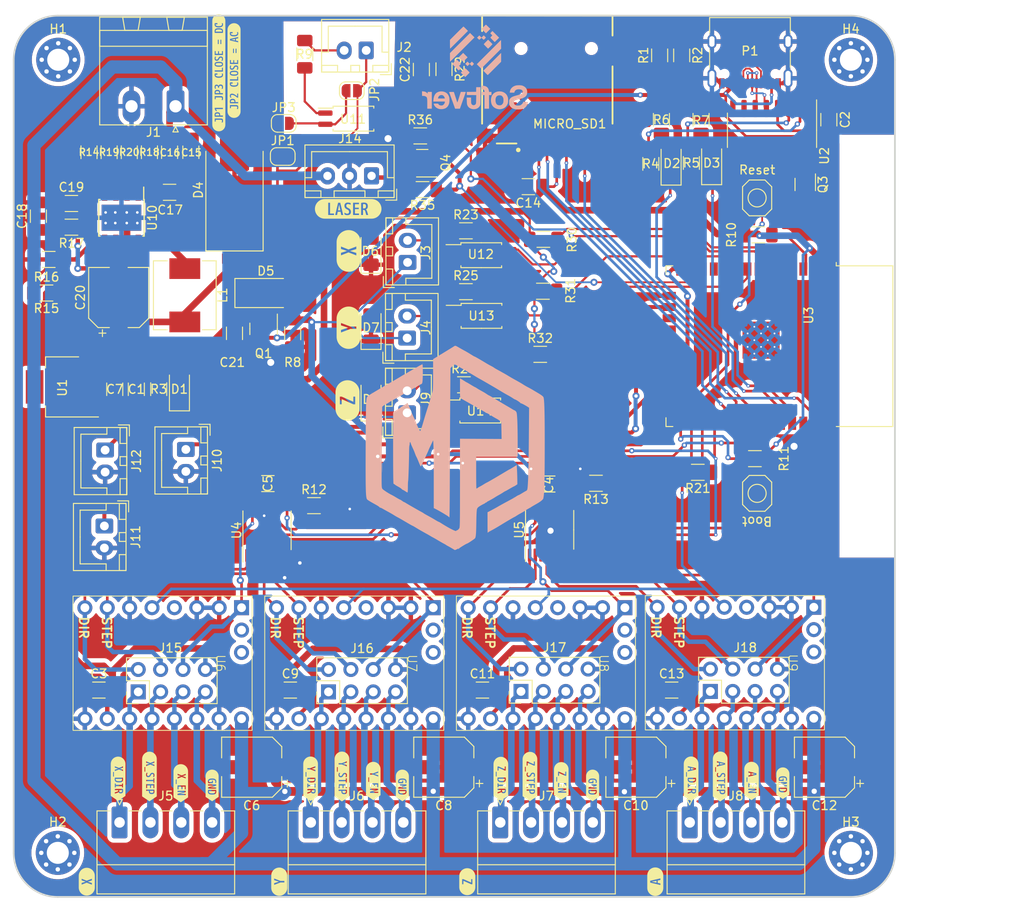
<source format=kicad_pcb>
(kicad_pcb (version 20221018) (generator pcbnew)
  (layers (0 "F.Cu" signal "Top") (31 "B.Cu" signal "Bottom") (34 "B.Paste" user) (35 "F.Paste" user) (36 "B.SilkS" user "B.Silkscreen") (37 "F.SilkS" user "F.Silkscreen") (38 "B.Mask" user) (39 "F.Mask" user) (44 "Edge.Cuts" user))
  (net 0 "")
  (net 1 "VBUS")
  (net 2 "GND")
  (net 3 "Net-(U2-V3)")
  (net 4 "+3.3V")
  (net 5 "+5V")
  (net 6 "Net-(D1-A)")
  (net 7 "/TX")
  (net 8 "Net-(D2-A)")
  (net 9 "/RX")
  (net 10 "Net-(D3-A)")
  (net 11 "/ESP_IO0")
  (net 12 "/ESP_EN")
  (net 13 "VCC")
  (net 14 "Net-(U3-IO16)")
  (net 15 "Net-(P1-CC)")
  (net 16 "/D+")
  (net 17 "/D-")
  (net 19 "Net-(P1-VCONN)")
  (net 21 "/RTS")
  (net 22 "/DTR")
  (net 23 "Net-(U2-TXD)")
  (net 24 "Net-(U2-RXD)")
  (net 25 "/I2S_BCK")
  (net 35 "/IO34")
  (net 36 "/IO35")
  (net 40 "/IO32")
  (net 41 "/IO33")
  (net 42 "/IO14")
  (net 49 "/IO12")
  (net 52 "/X_DIR")
  (net 53 "/X_STEP")
  (net 55 "/Y_DIR")
  (net 56 "/Y_STEP")
  (net 58 "/Y_Enable")
  (net 59 "/QH'1")
  (net 60 "/I2S_WS")
  (net 61 "/I2S_DATA")
  (net 62 "/X_Enable")
  (net 63 "/Z_DIR")
  (net 64 "/Z_STEP")
  (net 66 "/A_DIR")
  (net 67 "/A_STEP")
  (net 69 "/A_Enable")
  (net 71 "/Z_Enable")
  (net 73 "/TMC_UART")
  (net 86 "/CS_SD")
  (net 87 "/MOSI")
  (net 88 "/SCK")
  (net 89 "/MISO")
  (net 92 "Net-(U10-BOOT)")
  (net 93 "Net-(D4-K)")
  (net 94 "Net-(C18-Pad1)")
  (net 95 "Net-(U10-RT{slash}CLK)")
  (net 96 "Net-(U10-COMP)")
  (net 97 "+5VA")
  (net 98 "/FB")
  (net 99 "Net-(U10-EN)")
  (net 100 "Net-(R18-Pad1)")
  (net 101 "/IO13")
  (net 102 "/IO15")
  (net 103 "Net-(J2-Pin_1)")
  (net 104 "Net-(J2-Pin_2)")
  (net 105 "Net-(R9-Pad2)")
  (net 106 "Net-(JP2-A)")
  (net 107 "Net-(J3-Pin_2)")
  (net 108 "Net-(J4-Pin_2)")
  (net 109 "Net-(J9-Pin_2)")
  (net 110 "Net-(D6-A)")
  (net 111 "Net-(D7-A)")
  (net 112 "Net-(D8-A)")
  (net 113 "Net-(J14-Pin_1)")
  (net 114 "Net-(J15-Pin_7)")
  (net 115 "Net-(J15-Pin_5)")
  (net 116 "Net-(J15-Pin_3)")
  (net 117 "Net-(J15-Pin_1)")
  (net 118 "Net-(J16-Pin_7)")
  (net 119 "Net-(J16-Pin_5)")
  (net 120 "Net-(J16-Pin_3)")
  (net 121 "Net-(J16-Pin_1)")
  (net 122 "Net-(J17-Pin_7)")
  (net 123 "Net-(J17-Pin_5)")
  (net 124 "Net-(J17-Pin_3)")
  (net 125 "Net-(J17-Pin_1)")
  (net 126 "Net-(J18-Pin_7)")
  (net 127 "Net-(J18-Pin_5)")
  (net 128 "Net-(J18-Pin_3)")
  (net 129 "Net-(J18-Pin_1)")
  (footprint "Capacitor_SMD:C_1206_3216Metric_Pad1.33x1.80mm_HandSolder" (layer "F.Cu") (at 103.886 66.04)
    (fp_text reference "C17")
    (fp_text value "1uF")
  )
  (footprint "Capacitor_SMD:CP_Elec_6.3x7.7" (layer "F.Cu") (at 113.2034 131.2794 180)
    (fp_text reference "C6")
    (fp_text value "100uF")
  )
  (footprint "Resistor_SMD:R_1206_3216Metric_Pad1.30x1.75mm_HandSolder" (layer "F.Cu") (at 97.028 61.494 -90)
    (fp_text reference "R19")
    (fp_text value "84.5K")
  )
  (footprint "kibuzzard-64AF2E2C" (layer "F.Cu") (at 105.156 133.096 -90)
    (fp_text reference "kibuzzard-64AF2E2C" hide)
    (fp_text value "G***" hide)
  )
  (footprint "Capacitor_SMD:CP_Elec_6.3x7.7" (layer "F.Cu") (at 156.8034 131.2794 180)
    (fp_text reference "C10")
    (fp_text value "100uF")
  )
  (footprint "Resistor_SMD:R_1206_3216Metric_Pad1.30x1.75mm_HandSolder" (layer "F.Cu") (at 164.2 57.8125 -90)
    (fp_text reference "R7")
    (fp_text value "1K")
  )
  (footprint "Package_TO_SOT_SMD:SOT-23" (layer "F.Cu") (at 114.554 81.534 -90)
    (fp_text reference "Q1")
    (fp_text value "DMG3415U-7")
  )
  (footprint "Capacitor_SMD:C_1206_3216Metric_Pad1.33x1.80mm_HandSolder" (layer "F.Cu") (at 178.7 57.8 -90)
    (fp_text reference "C2")
    (fp_text value "100nF")
  )
  (footprint "LED_SMD:LED_1206_3216Metric_Pad1.42x1.75mm_HandSolder" (layer "F.Cu") (at 105.004 88.3798 90)
    (fp_text reference "D1")
    (fp_text value "LED_RED")
  )
  (footprint "Connector_JST:JST_XH_B2B-XH-A_1x02_P2.50mm_Vertical" (layer "F.Cu") (at 105.7318 95.2192 -90)
    (fp_text reference "J10")
    (fp_text value "Conn_01x02_Socket")
  )
  (footprint "JAPS:USB_C_Receptacle_XKB_U262-16XN-4BVC11" (layer "F.Cu") (at 169.75 50 180)
    (fp_text reference "P1")
    (fp_text value "USB_C_Plug")
  )
  (footprint "kibuzzard-64A8D498" (layer "F.Cu") (at 94.488 144.272 90)
    (fp_text reference "kibuzzard-64A8D498" hide)
    (fp_text value "G***" hide)
  )
  (footprint "Resistor_SMD:R_1206_3216Metric_Pad1.30x1.75mm_HandSolder" (layer "F.Cu") (at 159.5 50.5 90)
    (fp_text reference "R1")
    (fp_text value "5K")
  )
  (footprint "Resistor_SMD:R_1206_3216Metric_Pad1.30x1.75mm_HandSolder" (layer "F.Cu") (at 170.688 70.866)
    (fp_text reference "R10")
    (fp_text value "10K")
  )
  (footprint "Resistor_SMD:R_1206_3216Metric_Pad1.30x1.75mm_HandSolder" (layer "F.Cu") (at 120.269 101.6)
    (fp_text reference "R12")
    (fp_text value "10K")
  )
  (footprint "Resistor_SMD:R_1206_3216Metric_Pad1.30x1.75mm_HandSolder" (layer "F.Cu") (at 146.304 71.374)
    (fp_text reference "R30")
    (fp_text value "1K")
  )
  (footprint "Resistor_SMD:R_1206_3216Metric_Pad1.30x1.75mm_HandSolder" (layer "F.Cu") (at 163.83 97.816 180)
    (fp_text reference "R21")
    (fp_text value "1K")
  )
  (footprint "Package_TO_SOT_SMD:SOT-363_SC-70-6" (layer "F.Cu") (at 176.022 65.151 -90)
    (fp_text reference "Q3")
    (fp_text value "UMH3N")
  )
  (footprint "kibuzzard-64AF2EF3" (layer "F.Cu") (at 148.336 132.842 -90)
    (fp_text reference "kibuzzard-64AF2EF3" hide)
    (fp_text value "G***" hide)
  )
  (footprint "LED_SMD:LED_1206_3216Metric_Pad1.42x1.75mm_HandSolder" (layer "F.Cu") (at 126.746 81.407 90)
    (fp_text reference "D7")
    (fp_text value "LED")
  )
  (footprint "Resistor_SMD:R_1206_3216Metric_Pad1.30x1.75mm_HandSolder" (layer "F.Cu") (at 117.856 82.042 -90)
    (fp_text reference "R8")
    (fp_text value "10K")
  )
  (footprint "Capacitor_SMD:C_1206_3216Metric_Pad1.33x1.80mm_HandSolder" (layer "F.Cu") (at 100.113 88.392 -90)
    (fp_text reference "C1")
    (fp_text value "1uF")
  )
  (footprint "Connector_JST:JST_XH_B2B-XH-A_1x02_P2.50mm_Vertical" (layer "F.Cu") (at 130.8946 73.9956 90)
    (fp_text reference "J3")
    (fp_text value "X_End_Stop")
  )
  (footprint "MountingHole:MountingHole_2.5mm_Pad_Via" (layer "F.Cu") (at 91.2 141)
    (fp_text reference "H2")
    (fp_text value "MountingHole")
  )
  (footprint "Connector_PinHeader_2.54mm:PinHeader_2x04_P2.54mm_Vertical" (layer "F.Cu") (at 121.92 122.7328 90)
    (fp_text reference "J16")
    (fp_text value "Conn_02x04_Odd_Even")
  )
  (footprint "kibuzzard-64AA0C1E" (layer "F.Cu") (at 124.206 81.407 90)
    (fp_text reference "kibuzzard-64AA0C1E" hide)
    (fp_text value "G***" hide)
  )
  (footprint "Resistor_SMD:R_1206_3216Metric_Pad1.30x1.75mm_HandSolder" (layer "F.Cu") (at 119.2276 50.3676 -90)
    (fp_text reference "R9")
    (fp_text value "10K")
  )
  (footprint "kibuzzard-64AF2F1D" (layer "F.Cu") (at 119.888 132.588 -90)
    (fp_text reference "kibuzzard-64AF2F1D" hide)
    (fp_text value "G***" hide)
  )
  (footprint "Package_SO:TI_SO-PowerPAD-8_ThermalVias" (layer "F.Cu") (at 98.425 68.928 -90)
    (fp_text reference "U10")
    (fp_text value "TPS54360DDA")
  )
  (footprint "JAPS:JT1140" (layer "F.Cu") (at 170.561 100.203 180)
    (fp_text reference "SW2")
    (fp_text value "Boot")
  )
  (footprint "kibuzzard-64AF2F02" (layer "F.Cu") (at 141.478 132.588 -90)
    (fp_text reference "kibuzzard-64AF2F02" hide)
    (fp_text value "G***" hide)
  )
  (footprint "Jumper:SolderJumper-2_P1.3mm_Open_RoundedPad1.0x1.5mm" (layer "F.Cu") (at 116.84 58.2168)
    (fp_text reference "JP3")
    (fp_text value "Jumper_2_Open")
  )
  (footprint "Connector_JST:JST_XH_B2B-XH-A_1x02_P2.50mm_Vertical" (layer "F.Cu") (at 96.4862 103.906 -90)
    (fp_text reference "J11")
    (fp_text value "Conn_01x02_Socket")
  )
  (footprint "Connector_Phoenix_MC:PhoenixContact_MC_1,5_4-G-3.5_1x04_P3.50mm_Horizontal" (layer "F.Cu") (at 119.9084 137.5469)
    (fp_text reference "J6")
    (fp_text value "Conn_01x04_Socket")
  )
  (footprint "Package_SO:TSSOP-16_4.4x5mm_P0.65mm" (layer "F.Cu") (at 114.9436 104.394 90)
    (fp_text reference "U4")
    (fp_text value "74HCT595")
  )
  (footprint "Resistor_SMD:R_1206_3216Metric_Pad1.30x1.75mm_HandSolder" (layer "F.Cu") (at 90.17 73.66)
    (fp_text reference "R16")
    (fp_text value "10.2K")
  )
  (footprint "Connector_JST:JST_XH_B2B-XH-A_1x02_P2.50mm_Vertical" (layer "F.Cu") (at 126.198 49.9364 180)
    (fp_text reference "J2")
    (fp_text value "Conn_01x02_Socket")
  )
  (footprint "Resistor_SMD:R_1206_3216Metric_Pad1.30x1.75mm_HandSolder" (layer "F.Cu") (at 158.5 62.8125 -90)
    (fp_text reference "R4")
    (fp_text value "1K")
  )
  (footprint "kibuzzard-64AF2E33" (layer "F.Cu") (at 151.892 133.35 -90)
    (fp_text reference "kibuzzard-64AF2E33" hide)
    (fp_text value "G***" hide)
  )
  (footprint "JAPS:TMC2209" (layer "F.Cu") (at 167.6934 119.4294 -90)
    (fp_text reference "U9")
    (fp_text value "TMC2209")
  )
  (footprint "Resistor_SMD:R_1206_3216Metric_Pad1.30x1.75mm_HandSolder" (layer "F.Cu") (at 92.7485 69.9975 180)
    (fp_text reference "R17")
    (fp_text value "13K")
  )
  (footprint "Resistor_SMD:R_1206_3216Metric_Pad1.30x1.75mm_HandSolder" (layer "F.Cu") (at 162 50.5 -90)
    (fp_text reference "R2")
    (fp_text value "5K")
  )
  (footprint "kibuzzard-64AF2EFB" (layer "F.Cu") (at 144.78 132.334 -90)
    (fp_text reference "kibuzzard-64AF2EFB" hide)
    (fp_text value "G***" hide)
  )
  (footprint "kibuzzard-64AF2E5B" (layer "F.Cu") (at 169.926 132.842 -90)
    (fp_text reference "kibuzzard-64AF2E5B" hide)
    (fp_text value "G***" hide)
  )
  (footprint "Diode_SMD:D_SMA" (layer "F.Cu") (at 114.808 77.47)
    (fp_text reference "D5")
    (fp_text value "RS2AA-13-F")
  )
  (footprint "Package_SO:SOP-4_4.4x2.6mm_P1.27mm" (layer "F.Cu") (at 139.2557 73.1774)
    (fp_text reference "U12")
    (fp_text value "EL3H4(A)(TA)-VG")
  )
  (footprint "Resistor_SMD:R_1206_3216Metric_Pad1.30x1.75mm_HandSolder" (layer "F.Cu") (at 89.916 77.47)
    (fp_text reference "R15")
    (fp_text value "53.6K")
  )
  (footprint "kibuzzard-64A9FD55" (layer "F.Cu") (at 111.2012 52.2224 90)
    (fp_text reference "kibuzzard-64A9FD55" hide)
    (fp_text value "G***" hide)
  )
  (footprint "Resistor_SMD:R_1206_3216Metric_Pad1.30x1.75mm_HandSolder" (layer "F.Cu") (at 145.9484 84.4296)
    (fp_text reference "R32")
    (fp_text value "1K")
  )
  (footprint "Resistor_SMD:R_1206_3216Metric_Pad1.30x1.75mm_HandSolder" (layer "F.Cu") (at 146.2532 77.2668)
    (fp_text reference "R31")
    (fp_text value "1K")
  )
  (footprint "Resistor_SMD:R_1206_3216Metric_Pad1.30x1.75mm_HandSolder" (layer "F.Cu") (at 135.0264 52.07 -90)
    (fp_text reference "R29")
    (fp_text value "1K")
  )
  (footprint "Capacitor_SMD:C_1206_3216Metric_Pad1.33x1.80mm_HandSolder" (layer "F.Cu") (at 144.6 65.4 180)
    (fp_text reference "C14")
    (fp_text value "1uF")
  )
  (footprint "Jumper:SolderJumper-2_P1.3mm_Open_RoundedPad1.0x1.5mm" (layer "F.Cu") (at 116.728 61.976)
    (fp_text reference "JP1")
    (fp_text value "Jumper_2_Open")
  )
  (footprint "Connector_Phoenix_MC:PhoenixContact_MC_1,5_4-G-3.5_1x04_P3.50mm_Horizontal" (layer "F.Cu") (at 162.9084 137.5469)
    (fp_text reference "J8")
    (fp_text value "Conn_01x04_Socket")
  )
  (footprint "Capacitor_SMD:C_1206_3216Metric_Pad1.33x1.80mm_HandSolder" (layer "F.Cu") (at 139.3909 122.5294)
    (fp_text reference "C11")
    (fp_text value "100uF")
  )
  (footprint "Capacitor_SMD:C_1206_3216Metric_Pad1.33x1.80mm_HandSolder" (layer "F.Cu") (at 146.9152 99.1432 180)
    (fp_text reference "C4")
    (fp_text value "100nF")
  )
  (footprint "Resistor_SMD:R_1206_3216Metric_Pad1.30x1.75mm_HandSolder" (layer "F.Cu") (at 163.1 62.7125 -90)
    (fp_text reference "R5")
    (fp_text value "1K")
  )
  (footprint "Package_SO:SOP-4_4.4x2.6mm_P1.27mm" (layer "F.Cu") (at 124.7519 57.6834)
    (fp_text reference "U11")
    (fp_text value "EL3H4(A)(TA)-VG")
  )
  (footprint "Connector_JST:JST_XH_B2B-XH-A_1x02_P2.50mm_Vertical" (layer "F.Cu") (at 130.8438 91.0644 90)
    (fp_text reference "J9")
    (fp_text value "Z_End_Stop")
  )
  (footprint "kibuzzard-64AF2FF1" (layer "F.Cu") (at 137.668 144.272 90)
    (fp_text reference "kibuzzard-64AF2FF1" hide)
    (fp_text value "G***" hide)
  )
  (footprint "kibuzzard-64AF2F0A" (layer "F.Cu") (at 127 132.842 -90)
    (fp_text reference "kibuzzard-64AF2F0A" hide)
    (fp_text value "G***" hide)
  )
  (footprint "Capacitor_SMD:C_1206_3216Metric_Pad1.33x1.80mm_HandSolder" (layer "F.Cu") (at 103.886 61.494 -90)
    (fp_text reference "C16")
    (fp_text value "2.2uF")
  )
  (footprint "Resistor_SMD:R_1206_3216Metric_Pad1.30x1.75mm_HandSolder" (layer "F.Cu") (at 152.273 99.06 180)
    (fp_text reference "R13")
    (fp_text value "10K")
  )
  (footprint "Connector_JST:JST_XH_B2B-XH-A_1x02_P2.50mm_Vertical" (layer "F.Cu") (at 130.8438 82.5808 90)
    (fp_text reference "J4")
    (fp_text value "Y_End_Stop")
  )
  (footprint "RF_Module:ESP32-WROOM-32" (layer "F.Cu") (at 170.098 83.5 -90)
    (fp_text reference "U3")
    (fp_text value "ESP32-WROOM-32")
  )
  (footprint "kibuzzard-64AF2E13" (layer "F.Cu") (at 101.6 132.334 -90)
    (fp_text reference "kibuzzard-64AF2E13" hide)
    (fp_text value "G***" hide)
  )
  (footprint "LED_SMD:LED_1206_3216Metric_Pad1.42x1.75mm_HandSolder" (layer "F.Cu") (at 160.8 62.7625 90)
    (fp_text reference "D2")
    (fp_text value "TX")
  )
  (footprint "Capacitor_SMD:C_1206_3216Metric_Pad1.33x1.80mm_HandSolder" (layer "F.Cu") (at 106.299 61.494 -90)
    (fp_text reference "C15")
    (fp_text value "2.2uF")
  )
  (footprint "MountingHole:MountingHole_2.5mm_Pad_Via" (layer "F.Cu") (at 181.2 51)
    (fp_text reference "H4")
    (fp_text value "MountingHole")
  )
  (footprint "Connector_Phoenix_MC:PhoenixContact_MC_1,5_4-G-3.5_1x04_P3.50mm_Horizontal" (layer "F.Cu") (at 98.2084 137.5469)
    (fp_text reference "J5")
    (fp_text value "Conn_01x04_Socket")
  )
  (footprint "Resistor_SMD:R_1206_3216Metric_Pad1.30x1.75mm_HandSolder" (layer "F.Cu") (at 159.7 57.8125 90)
    (fp_text reference "R6")
    (fp_text value "1K")
  )
  (footprint "Package_SO:SOIC-16_3.9x9.9mm_P1.27mm" (layer "F.Cu") (at 172.25 59 -90)
    (fp_text reference "U2")
    (fp_text value "CH340C")
  )
  (footprint "Diode_SMD:D_SMC_Handsoldering" (layer "F.Cu") (at 111.252 65.786 90)
    (fp_text reference "D4")
    (fp_text value "B560C-13-F")
  )
  (footprint "Inductor_SMD:L_Chilisin_BMRx00060630" (layer "F.Cu") (at 105.6132 77.724 -90)
    (fp_text reference "L1")
    (fp_text value "8.2uH")
  )
  (footprint "MountingHole:MountingHole_2.5mm_Pad_Via" (layer "F.Cu") (at 91.25 51)
    (fp_text reference "H1")
    (fp_text value "MountingHole")
  )
  (footprint "Resistor_SMD:R_1206_3216Metric_Pad1.30x1.75mm_HandSolder" (layer "F.Cu") (at 137.287 87.884)
    (fp_text reference "R27")
    (fp_text value "220")
  )
  (footprint "Capacitor_SMD:C_1206_3216Metric_Pad1.33x1.80mm_HandSolder" (layer "F.Cu") (at 111.252 82.042 -90)
    (fp_text reference "C21")
    (fp_text value "10uF")
  )
  (footprint "JAPS:TMC2209" (layer "F.Cu") (at 102.7534 119.4794 -90)
    (fp_text reference "U6")
    (fp_text value "TMC2209")
  )
  (footprint "Package_TO_SOT_SMD:SOT-223" (layer "F.Cu") (at 91.719 88.124 180)
    (fp_text reference "U1")
    (fp_text value "AZ1117H-3.3TRE1")
  )
  (footprint "Package_SO:SOP-4_4.4x2.6mm_P1.27mm" (layer "F.Cu") (at 139.2807 80.0608)
    (fp_text reference "U13")
    (fp_text value "EL3H4(A)(TA)-VG")
  )
  (footprint "LED_SMD:LED_1206_3216Metric_Pad1.42x1.75mm_HandSolder" (layer "F.Cu") (at 165.4 62.7125 90)
    (fp_text reference "D3")
    (fp_text value "RX")
  )
  (footprint "Capacitor_SMD:C_1206_3216Metric_Pad1.33x1.80mm_HandSolder" (layer "F.Cu") (at 97.663 88.392 -90)
    (fp_text reference "C7")
    (fp_text value "1uF")
  )
  (footprint "Package_SO:SOP-4_4.4x2.6mm_P1.27mm" (layer "F.Cu") (at 139.1412 90.805)
    (fp_text reference "U14")
    (fp_text value "EL3H4(A)(TA)-VG")
  )
  (footprint "Capacitor_SMD:CP_Elec_6.3x7.7" (layer "F.Cu") (at 178.2034 131.2794 180)
    (fp_text reference "C12")
    (fp_text value "100uF")
  )
  (footprint "Capacitor_SMD:C_1206_3216Metric_Pad1.33x1.80mm_HandSolder" (layer "F.Cu") (at 132.461 52.1085 90)
    (fp_text reference "C22")
    (fp_text value "100nF")
  )
  (footprint "LED_SMD:LED_1206_3216Metric_Pad1.42x1.75mm_HandSolder" (layer "F.Cu") (at 126.746 89.535 90)
    (fp_text reference "D8")
    (fp_text value "LED")
  )
  (footprint "kibuzzard-64AF2DE8" (layer "F.Cu") (at 98.044 132.588 -90)
    (fp_text reference "kibuzzard-64AF2DE8" hide)
    (fp_text value "G***" hide)
  )
  (footprint "Jumper:SolderJumper-2_P1.3mm_Open_RoundedPad1.0x1.5mm" (layer "F.Cu") (at 124.5616 54.5084)
    (fp_text reference "JP2")
    (fp_text value "Jumper_2_Open")
  )
  (footprint "kibuzzard-64AF2EE8" (layer "F.Cu") (at 163.068 132.588 -90)
    (fp_text reference "kibuzzard-64AF2EE8" hide)
    (fp_text value "G***" hide)
  )
  (footprint "kibuzzard-64AA0C27" (layer "F.Cu") (at 124.079 89.662 90)
    (fp_text reference "kibuzzard-64AA0C27" hide)
    (fp_text value "G***" hide)
  )
  (footprint "kibuzzard-64AF2FB1" (layer "F.Cu") (at 116.332 144.272 90)
    (fp_text reference "kibuzzard-64AF2FB1" hide)
    (fp_text value "G***" hide)
  )
  (footprint "Capacitor_SMD:C_1206_3216Metric_Pad1.33x1.80mm_HandSolder" (layer "F.Cu") (at 92.7485 67.31)
    (fp_text reference "C19")
    (fp_text value "39pF")
  )
  (footprint "Connector_JST:JST_XH_B3B-XH-A_1x03_P2.50mm_Vertical" (layer "F.Cu") (at 126.8076 64.1774 180)
    (fp_text reference "J14")
    (fp_text value "Conn_01x03_Socket")
  )
  (footprint "Resistor_SMD:R_1206_3216Metric_Pad1.30x1.75mm_HandSolder" (layer "F.Cu") (at 137.5156 77.3176)
    (fp_text reference "R25")
    (fp_text value "220")
  )
  (footprint "Capacitor_SMD:C_1206_3216Metric_Pad1.33x1.80mm_HandSolder" (layer "F.Cu") (at 88.9985 68.7475 90)
    (fp_text reference "C18")
    (fp_text value "6.8nF")
  )
  (footprint "Package_TO_SOT_SMD:SOT-23" (layer "F.Cu") (at 132.5603 62.738 180)
    (fp_text reference "Q4")
    (fp_text value "BSS138")
  )
  (footprint "kibuzzard-64AF2F11" (layer "F.Cu") (at 123.444 132.334 -90)
    (fp_text reference "kibuzzard-64AF2F11" hide)
    (fp_text value "G***" hide)
  )
  (footprint "Capacitor_SMD:C_1206_3216Metric_Pad1.33x1.80mm_HandSolder" (layer "F.Cu") (at 117.5909 122.5294)
    (fp_text reference "C9")
    (fp_text value "100uF")
  )
  (footprint "Resistor_SMD:R_1206_3216Metric_Pad1.30x1.75mm_HandSolder" (layer "F.Cu") (at 170.307 96.266 180)
    (fp_text reference "R11")
    (fp_text value "10K")
  )
  (footprint "kibuzzard-64AF2E33" (layer "F.Cu") (at 173.482 133.096 -90)
    (fp_text reference "kibuzzard-64AF2E33" hide)
    (fp_text value "G***" hide)
  )
  (footprint "JAPS:TF-01A" (layer "F.Cu") (at 146.75 53.25 180)
    (fp_text reference "MICRO_SD1")
    (fp_text value "TF-01A")
  )
  (footprint "kibuzzard-64AA3047" (layer "F.Cu") (at 124.1552 67.9196)
    (fp_text reference "kibuzzard-64AA3047" hide)
    (fp_text value "G***" hide)
  )
  (footprint "Capacitor_SMD:CP_Elec_6.3x7.7" (layer "F.Cu") (at 98.1132 77.978 90)
    (fp_text reference "C20")
    (fp_text value "100uF")
  )
  (footprint "Connector_PinHeader_2.54mm:PinHeader_2x04_P2.54mm_Vertical" (layer "F.Cu") (at 165.2524 122.682 90)
    (fp_text reference "J18")
    (fp_text value "Conn_02x04_Odd_Even")
  )
  (footprint "Resistor_SMD:R_1206_3216Metric_Pad1.30x1.75mm_HandSolder" (layer "F.Cu") (at 137.5156 70.4088)
    (fp_text reference "R23")
    (fp_text value "220")
  )
  (footprint "Resistor_SMD:R_1206_3216Metric_Pad1.30x1.75mm_HandSolder" (layer "F.Cu") (at 94.742 61.494 -90)
    (fp_text reference "R14")
    (fp_text value "162K")
  )
  (footprint "kibuzzard-64AF2E33" (layer "F.Cu") (at 108.712 133.35 -90)
    (fp_text reference "kibuzzard-64AF2E33" hide)
    (fp_text value "G***" hide)
  )
  (footprint "kibuzzard-64A9FD75" (layer "F.Cu") (at 109.474 52.4764 90)
    (fp_text reference "kibuzzard-64A9FD75" hide)
    (fp_text value "G***" hide)
  )
  (footprint "LED_SMD:LED_1206_3216Metric_Pad1.42x1.75mm_HandSolder" (layer "F.Cu") (at 126.746 72.771 90)
    (fp_text reference "D6")
    (fp_text value "LED")
  )
  (footprint "Resistor_SMD:R_1206_3216Metric_Pad1.30x1.75mm_HandSolder" (layer "F.Cu") (at 99.314 61.494 90)
    (fp_text reference "R20")
    (fp_text value "200K")
  )
  (footprint "kibuzzard-64AA0C0E" (layer "F.Cu") (at 124.206 72.6948 90)
    (fp_text reference "kibuzzard-64AA0C0E" hide)
    (fp_text value "G***" hide)
  )
  (footprint "Capacitor_SMD:C_1206_3216Metric_Pad1.33x1.80mm_HandSolder" (layer "F.Cu") (at 95.8659 122.5294)
    (fp_text reference "C3")
    (fp_text value "100uF")
  )
  (footprint "Capacitor_SMD:CP_Elec_6.3x7.7" (layer "F.Cu") (at 135.0034 131.2794 180)
    (fp_text reference "C8")
    (fp_text value "100uF")
  )
  (footprint "Connector_PinHeader_2.54mm:PinHeader_2x04_P2.54mm_Vertical" (layer "F.Cu") (at 100.33 122.7328 90)
    (fp_text reference "J15")
    (fp_text value "Conn_02x04_Odd_Even")
  )
  (footprint "Connector_JST:JST_XH_B2B-XH-A_1x02_P2.50mm_Vertical" (layer "F.Cu") (at 96.5708 95.29 -90)
    (fp_text reference "J12")
    (fp_text value "Conn_01x02_Socket")
  )
  (footprint "MountingHole:MountingHole_2.5mm_Pad_Via" (layer "F.Cu") (at 181.2 141)
    (fp_text reference "H3")
    (fp_text value "MountingHole")
  )
  (footprint "kibuzzard-64AF2E33" (layer "F.Cu") (at 130.302 133.35 -90)
    (fp_text reference "kibuzzard-64AF2E33" hide)
    (fp_text value "G***" hide)
  )
  (footprint "Connector_Phoenix_MSTB:PhoenixContact_MSTBA_2,5_2-G_1x02_P5.00mm_Horizontal" (layer "F.Cu") (at 104.5625 56.2775 180)
    (fp_text reference "J1")
    (fp_text value "TB006-508-02BE")
  )
  (footprint "Connector_Phoenix_MC:PhoenixContact_MC_1,5_4-G-3.5_1x04_P3.50mm_Horizontal" (layer "F.Cu") (at 141.4084 137.5469)
    (fp_text reference "J7")
    (fp_text value "Conn_01x04_Socket")
  )
  (footprint "Connector_PinHeader_2.54mm:PinHeader_2x04_P2.54mm_Vertical" (layer "F.Cu") (at 143.764 122.682 90)
    (fp_text reference "J17")
    (fp_text value "Conn_02x04_Odd_Even")
  )
  (footprint "Capacitor_SMD:C_1206_3216Metric_Pad1.33x1.80mm_HandSolder" (layer "F.Cu") (at 115.0436 99.094)
    (fp_text reference "C5")
    (fp_text value "100nF")
  )
  (footprint "kibuzzard-64AF3027" (layer "F.Cu") (at 159.004 144.272 90)
    (fp_text reference "kibuzzard-64AF3027" hide)
    (fp_text value "G***" hide)
  )
  (footprint "Resistor_SMD:R_1206_3216Metric_Pad1.30x1.75mm_HandSolder" (layer "F.Cu") (at 102.654 88.3798 -90)
    (fp_text reference "R3")
    (fp_text value "1K")
  )
  (footprint "Resistor_SMD:R_1206_3216Metric_Pad1.30x1.75mm_HandSolder" (layer "F.Cu") (at 132.334 59.6392)
    (fp_text reference "R36")
    (fp_text value "10K")
  )
  (footprint "Resistor_SMD:R_1206_3216Metric_Pad1.30x1.75mm_HandSolder" (layer "F.Cu") (at 132.588 65.7352)
    (fp_text reference "R35")
    (fp_text value "10K")
  )
  (footprint "JAPS:JT1140" (layer "F.Cu") (at 170.561 66.675)
    (fp_text reference "SW1")
    (fp_text value "Reset")
  )
  (footprint "kibuzzard-64AF2E65" (layer "F.Cu") (at 166.37 132.334 -90)
    (fp_text reference "kibuzzard-64AF2E65" hide)
    (fp_text value "G***" hide)
  )
  (footprint "JAPS:TMC2209" (layer "F.Cu") (at 124.5034 119.4794 -90)
    (fp_text reference "U7")
    (fp_text value "TMC2209")
  )
  (footprint "Capacitor_SMD:C_1206_3216Metric_Pad1.33x1.80mm_HandSolder" (layer "F.Cu") (at 160.8659 122.5294)
    (fp_text reference "C13")
    (fp_text value "100uF")
  )
  (footprint "JAPS:TMC2209" (layer "F.Cu") (at 146.2534 119.4794 -90)
    (fp_text reference "U8")
    (fp_text value "TMC2209")
  )
  (footprint "Resistor_SMD:R_1206_3216Metric_Pad1.30x1.75mm_HandSolder" (layer "F.Cu") (at 101.6 61.494 -90)
    (fp_text reference "R18")
    (fp_text value "332K")
  )
  (footprint "Package_SO:TSSOP-16_4.4x5mm_P0.65mm" (layer "F.Cu") (at 147.0152 104.3432 90)
    (fp_text reference "U5")
    (fp_text value "74HCT595")
  )
  (footprint "Logos:Saya_Logo25" (layer "B.Cu") (at 136.990558 94.750309 180)
    (fp_text reference "G***")
    (fp_text value "LOGO" hide)
  )
  (footprint "Logos:logo 11x9.1" (layer "B.Cu") (at 138.5316 51.816 180)
    (fp_text reference "G***")
    (fp_text value "LOGO" hide)
  )
  (gr_line (start 181.2 46) (end 91.2 46) (stroke (width 0.2)) (layer "Edge.Cuts"))
  (gr_arc (start 181.2 46) (mid 184.735534 47.464466) (end 186.2 51) (stroke (width 0.2)) (layer "Edge.Cuts"))
  (gr_arc (start 91.2 146) (mid 87.664466 144.535534) (end 86.2 141) (stroke (width 0.2)) (layer "Edge.Cuts"))
  (gr_arc (start 86.2 51) (mid 87.664466 47.464466) (end 91.2 46) (stroke (width 0.2)) (layer "Edge.Cuts"))
  (gr_arc (start 186.2 141) (mid 184.735534 144.535534) (end 181.2 146) (stroke (width 0.2)) (layer "Edge.Cuts"))
  (gr_line (start 91.2 146) (end 181.2 146) (stroke (width 0.2)) (layer "Edge.Cuts"))
  (gr_line (start 86.2 51) (end 86.2 141) (stroke (width 0.2)) (layer "Edge.Cuts"))
  (gr_line (start 186.2 141) (end 186.2 51) (stroke (width 0.2)) (layer "Edge.Cuts"))
  (segment (start 176.695 60.109) (end 176.695 61.475) (width 0.3) (layer "F.Cu") (net 1))
  (segment (start 167 54.8) (end 166.8 55) (width 0.45) (layer "F.Cu") (net 1))
  (segment (start 159.7 56.2625) (end 159.7 55) (width 0.3) (layer "F.Cu") (net 1))
  (segment (start 164.2 55) (end 159.7 55) (width 0.45) (layer "F.Cu") (net 1))
  (segment (start 114.6325 82.55) (end 114.554 82.4715) (width 0.45) (layer "F.Cu") (net 1))
  (segment (start 176.276 59.69) (end 176.695 60.109) (width 0.3) (layer "F.Cu") (net 1))
  (segment (start 172.2 55) (end 172.2 53.77) (width 0.3) (layer "F.Cu") (net 1))
  (segment (start 172.2 53.77) (end 172.3 53.67) (width 0.3) (layer "F.Cu") (net 1))
  (segment (start 167 57.402107) (end 167 54.8) (width 0.3) (layer "F.Cu") (net 1))
  (segment (start 159.7 55) (end 157.3 55) (width 0.45) (layer "F.Cu") (net 1))
  (segment (start 169.287893 59.69) (end 167 57.402107) (width 0.3) (layer "F.Cu") (net 1))
  (segment (start 164.2 56.2625) (end 164.2 55) (width 0.3) (layer "F.Cu") (net 1))
  (segment (start 176.276 59.69) (end 169.287893 59.69) (width 0.3) (layer "F.Cu") (net 1))
  (segment (start 167.4 54.4) (end 167 54.8) (width 0.45) (layer "F.Cu") (net 1))
  (segment (start 167.5 53.67) (end 167.5 54.3) (width 0.3) (layer "F.Cu") (net 1))
  (segment (start 166.8 55) (end 164.2 55) (width 0.45) (layer "F.Cu") (net 1))
  (segment (start 167.5 54.3) (end 167.4 54.4) (width 0.3) (layer "F.Cu") (net 1))
  (segment (start 116.078 82.55) (end 114.6325 82.55) (width 0.45) (layer "F.Cu") (net 1))
  (via (at 157.3 55) (size 0.6) (drill 0.3) (layers "F.Cu" "B.Cu") (net 1))
  (via (at 116.078 82.55) (size 0.8) (drill 0.4) (layers "F.Cu" "B.Cu") (net 1))
  (via (at 172.2 55) (size 0.4) (drill 0.2) (layers "F.Cu" "B.Cu") (net 1))
  (via (at 167 54.8) (size 0.4) (drill 0.2) (layers "F.Cu" "B.Cu") (net 1))
  (segment (start 172.2 55.8) (end 172 56) (width 0.3) (layer "B.Cu") (net 1))
  (segment (start 172.2 55.8) (end 172.2 55) (width 0.3) (layer "B.Cu") (net 1))
  (segment (start 172 56) (end 168.2 56) (width 0.3) (layer "B.Cu") (net 1))
  (segment (start 144.5932 55) (end 157.3 55) (width 0.45) (layer "B.Cu") (net 1))
  (segment (start 168.2 56) (end 167 54.8) (width 0.3) (layer "B.Cu") (net 1))
  (segment (start 116.078 82.55) (end 117.0432 82.55) (width 0.45) (layer "B.Cu") (net 1))
  (segment (start 117.0432 82.55) (end 144.5932 55) (width 0.45) (layer "B.Cu") (net 1))
  (segment (start 110.2159 130.9919) (end 110.5034 131.2794) (width 0.75) (layer "F.Cu") (net 2))
  (segment (start 123.952 101.6) (end 124.333 101.981) (width 0.3) (layer "F.Cu") (net 2))
  (segment (start 150.723 99.06) (end 150.723 97.6515) (width 0.45) (layer "F.Cu") (net 2))
  (segment (start 99.06 69.563) (end 98.425 68.928) (width 0.75) (layer "F.Cu") (net 2))
  (segment (start 173.1 53.67) (end 173.505 53.67) (width 0.45) (layer "F.Cu") (net 2))
  (segment (start 165.43 53.105) (end 165.835 53.105) (width 0.45) (layer "F.Cu") (net 2))
  (segment (start 114.6186 102.7425) (end 114.6191 102.743) (width 0.3) (layer "F.Cu") (net 2))
  (segment (start 99.06 71.628) (end 99.06 69.563) (width 0.75) (layer "F.Cu") (net 2))
  (segment (start 146.6902 104.0182) (end 146.6902 101.4807) (width 0.3) (layer "F.Cu") (net 2))
  (segment (start 150.723 97.6515) (end 150.495 97.4235) (width 0.45) (layer "F.Cu") (net 2))
  (segment (start 173.505 53.67) (end 174.07 53.105) (width 0.45) (layer "F.Cu") (net 2))
  (segment (start 121.819 101.6) (end 123.952 101.6) (width 0.3) (layer "F.Cu") (net 2))
  (segment (start 147.1168 104.4448) (end 146.6902 104.0182) (width 0.3) (layer "F.Cu") (net 2))
  (segment (start 114.6186 101.5315) (end 114.6186 102.7425) (width 0.3) (layer "F.Cu") (net 2))
  (segment (start 165.835 53.105) (end 166.4 53.67) (width 0.45) (layer "F.Cu") (net 2))
  (via (at 116.9416 109.7788) (size 0.8) (drill 0.4) (layers "F.Cu" "B.Cu") (net 2))
  (via (at 147.1168 104.4448) (size 1.4) (drill 0.7) (layers "F.Cu" "B.Cu") (net 2))
  (via (at 128.6764 59.944) (size 1.6) (drill 0.8) (layers "F.Cu" "B.Cu") (net 2))
  (via (at 174.752 94.869) (size 1.6) (drill 0.8) (layers "F.Cu" "B.Cu") (net 2))
  (via (at 124.333 101.981) (size 0.6) (drill 0.3) (layers "F.Cu" "B.Cu") (net 2))
  (via (at 115.3668 85.344) (size 1.6) (drill 0.8) (layers "F.Cu" "B.Cu") (net 2))
  (via (at 114.6191 102.743) (size 0.6) (drill 0.3) (layers "F.Cu" "B.Cu") (net 2))
  (via (at 150.495 97.4235) (size 0.6) (drill 0.3) (layers "F.Cu" "B.Cu") (net 2))
  (via (at 118.6688 108.1024) (size 0.8) (drill 0.4) (layers "F.Cu" "B.Cu") (net 2))
  (segment (start 117.1956 109.5248) (end 118.618 108.1024) (width 0.5) (layer "B.Cu") (net 2))
  (segment (start 118.618 108.1024) (end 118.6688 108.1024) (width 0.5) (layer "B.Cu") (net 2))
  (segment (start 117.1956 109.5248) (end 116.9416 109.7788) (width 0.5) (layer "B.Cu") (net 2))
  (segment (start 172.885 58.331) (end 173.609 59.055) (width 0.3) (layer "F.Cu") (net 3))
  (segment (start 173.609 59.055) (end 178.3925 59.055) (width 0.3) (layer "F.Cu") (net 3))
  (segment (start 178.3925 59.055) (end 178.7 59.3625) (width 0.3) (layer "F.Cu") (net 3))
  (segment (start 172.885 56.525) (end 172.885 58.331) (width 0.3) (layer "F.Cu") (net 3))
  (segment (start 171.857 95.478) (end 172.72 94.615) (width 0.3) (layer "F.Cu") (net 4))
  (segment (start 119.1534 121.3886) (end 119.1534 122.5294) (width 0.75) (layer "F.Cu") (net 4))
  (segment (start 170.6372 70.7644) (end 166.0144 70.7644) (width 0.75) (layer "F.Cu") (net 4))
  (segment (start 109.728 87.249) (end 119.6086 87.249) (width 0.75) (layer "F.Cu") (net 4))
  (segment (start 121.412 71.0184) (end 124.2314 68.199) (width 0.75) (layer "F.Cu") (net 4))
  (segment (start 143.891 68.199) (end 144.754 69.062) (width 0.25) (layer "F.Cu") (net 4))
  (segment (start 144.3984 84.4296) (end 145.288 83.54) (width 0.25) (layer "F.Cu") (net 4))
  (segment (start 119.3684 124.5294) (end 119.3684 122.6169) (width 0.45) (layer "F.Cu") (net 4))
  (segment (start 96.4184 119.7864) (end 97.4284 120.7964) (width 0.75) (layer "F.Cu") (net 4))
  (segment (start 145.288 79.248) (end 145.288 77.8516) (width 0.25) (layer "F.Cu") (net 4))
  (segment (start 141.4012 55.1936) (end 136.7276 50.52) (width 0.25) (layer "F.Cu") (net 4))
  (segment (start 143.891 68.199) (end 146.1625 65.9275) (width 0.75) (layer "F.Cu") (net 4))
  (segment (start 162.5184 122.5669) (end 162.3809 122.4294) (width 0.45) (layer "F.Cu") (net 4))
  (segment (start 97.4284 120.3512) (end 99.9744 117.8052) (width 0.75) (layer "F.Cu") (net 4))
  (segment (start 144.754 71.856) (end 144.754 71.374) (width 0.25) (layer "F.Cu") (net 4))
  (segment (start 162.5184 124.4794) (end 162.5184 122.5669) (width 0.45) (layer "F.Cu") (net 4))
  (segment (start 146.950422 75.019578) (end 147.484422 75.019578) (width 0.25) (layer "F.Cu") (net 4))
  (segment (start 97.4284 122.5294) (end 97.4284 120.3512) (width 0.75) (layer "F.Cu") (net 4))
  (segment (start 132.6896 120.396) (end 138.82 120.396) (width 0.75) (layer "F.Cu") (net 4))
  (segment (start 140.9534 122.5294) (end 140.9809 122.5294) (width 0.45) (layer "F.Cu") (net 4))
  (segment (start 119.3684 122.6169) (end 119.2309 122.4794) (width 0.45) (layer "F.Cu") (net 4))
  (segment (start 93.359 88.124) (end 91.694 89.789) (width 0.75) (layer "F.Cu") (net 4))
  (segment (start 140.3659 125.3319) (end 141.1184 124.5794) (width 0.45) (layer "F.Cu") (net 4))
  (segment (start 111.0996 120.0912) (end 117.2464 120.0912) (width 0.75) (layer "F.Cu") (net 4))
  (segment (start 124.2314 68.199) (end 129.1336 68.199) (width 0.75) (layer "F.Cu") (net 4))
  (segment (start 94.0054 119.7864) (end 96.4184 119.7864) (width 0.75) (layer "F.Cu") (net 4))
  (segment (start 96.8134 125.7794) (end 96.8134 123.1444) (width 0.5) (layer "F.Cu") (net 4))
  (segment (start 95.871 88.124) (end 96.393 88.646) (width 0.75) (layer "F.Cu") (net 4))
  (segment (start 100.8378 88.646) (end 102.654 86.8298) (width 0.75) (layer "F.Cu") (net 4))
  (segment (start 118.6159 125.7294) (end 118.6159 125.2819) (width 0.45) (layer "F.Cu") (net 4))
  (segment (start 104.6478 84.836) (end 107.315 84.836) (width 0.75) (layer "F.Cu") (net 4))
  (segment (start 129.1336 68.199) (end 143.891 68.199) (width 0.75) (layer "F.Cu") (net 4))
  (segment (start 152.4 117.8052) (end 142.9512 117.8052) (width 0.75) (layer "F.Cu") (net 4))
  (segment (start 171.857 96.266) (end 171.857 95.478) (width 0.3) (layer "F.Cu") (net 4))
  (segment (start 120.142 117.856) (end 130.1496 117.856) (width 0.75) (layer "F.Cu") (net 4))
  (segment (start 177.365 73.225) (end 177.365 74.75) (width 0.75) (layer "F.Cu") (net 4))
  (segment (start 121.412 85.4456) (end 121.412 71.0184) (width 0.75) (layer "F.Cu") (net 4))
  (segment (start 117.9068 120.0912) (end 120.142 117.856) (width 0.75) (layer "F.Cu") (net 4))
  (segment (start 131.038 66.2946) (end 129.1336 68.199) (width 0.45) (layer "F.Cu") (net 4))
  (segment (start 132.461 50.546) (end 135.0004 50.546) (width 0.3) (layer "F.Cu") (net 4))
  (segment (start 107.315 84.836) (end 109.728 87.249) (width 0.75) (layer "F.Cu") (net 4))
  (segment (start 140.9534 119.803) (end 140.9534 122.5294) (width 0.75) (layer "F.Cu") (net 4))
  (segment (start 147.8 65.1) (end 147.8202 65.0798) (width 0.3) (layer "F.Cu") (net 4))
  (segment (start 136.7276 50.52) (end 135.0264 50.52) (width 0.25) (layer "F.Cu") (net 4))
  (segment (start 161.7659 125.2319) (end 162.5184 124.4794) (width 0.45) (layer "F.Cu") (net 4))
  (segment (start 146.304 73.406) (end 144.754 71.856) (width 0.25) (layer "F.Cu") (net 4))
  (segment (start 142.9512 117.8052) (end 140.9534 119.803) (width 0.75) (layer "F.Cu") (net 4))
  (segment (start 141.1184 124.5794) (end 141.1184 122.6669) (width 0.45) (layer "F.Cu") (net 4))
  (segment (start 117.2464 120.0912) (end 117.9068 120.0912) (width 0.75) (layer "F.Cu") (net 4))
  (segment (start 131.038 65.7352) (end 131.038 66.2946) (width 0.45) (layer "F.Cu") (net 4))
  (segment (start 162.4284 122.5294) (end 160.3966 120.4976) (width 0.75) (layer "F.Cu") (net 4))
  (segment (start 147.8202 59.5238) (end 143.49 55.1936) (width 0.25) (layer "F.Cu") (net 4))
  (segment (start 97.4284 120.7964) (end 97.4284 122.5294) (width 0.75) (layer "F.Cu") (net 4))
  (segment (start 147.5 65.4) (end 147.8 65.1) (width 0.3) (layer "F.Cu") (net 4))
  (segment (start 118.6159 125.2819) (end 119.3684 124.5294) (width 0.45) (layer "F.Cu") (net 4))
  (segment (start 147.8202 60.4238) (end 147.8202 59.5238) (width 0.25) (layer "F.Cu") (net 4))
  (segment (start 100.203 88.646) (end 100.8378 88.646) (width 0.75) (layer "F.Cu") (net 4))
  (segment (start 145.288 77.8516) (end 144.7032 77.2668) (width 0.25) (layer "F.Cu") (net 4))
  (segment (start 176.53 72.39) (end 177.365 73.225) (width 0.75) (layer "F.Cu") (net 4))
  (segment (start 145.288 83.54) (end 145.288 81.026) (width 0.25) (layer "F.Cu") (net 4))
  (segment (start 117.2464 120.0912) (end 117.856 120.0912) (width 0.75) (layer "F.Cu") (net 4))
  (segment (start 94.869 88.124) (end 95.871 88.124) (width 0.75) (layer "F.Cu") (net 4))
  (segment (start 161.7659 125.6794) (end 161.7659 125.2319) (width 0.45) (layer "F.Cu") (net 4))
  (segment (start 170.8404 70.9676) (end 170.6372 70.7644) (width 0.75) (layer "F.Cu") (net 4))
  (segment (start 119.6086 87.249) (end 121.412 85.4456) (width 0.75) (layer "F.Cu") (net 4))
  (segment (start 100.113 86.8295) (end 100.113 88.556) (width 0.75) (layer "F.Cu") (net 4))
  (segment (start 140.3659 125.7794) (end 140.3659 125.3319) (width 0.45) (layer "F.Cu") (net 4))
  (segment (start 131.038 65.7352) (end 131.4506 65.7352) (width 0.45) (layer "F.Cu") (net 4))
  (segment (start 99.9744 117.8052) (end 108.8136 117.8052) (width 0.75) (layer "F.Cu") (net 4))
  (segment (start 96.393 88.646) (end 100.203 88.646) (width 0.75) (layer "F.Cu") (net 4))
  (segment (start 96.8134 123.1444) (end 97.4284 122.5294) (width 0.5) (layer "F.Cu") (net 4))
  (segment (start 141.1184 122.6669) (end 140.9809 122.5294) (width 0.45) (layer "F.Cu") (net 4))
  (segment (start 147.8202 65.0798) (end 147.8202 60.4238) (width 0.3) (layer "F.Cu") (net 4))
  (segment (start 166.0144 70.7644) (end 163.322 68.072) (width 0.75) (layer "F.Cu") (net 4))
  (segment (start 117.856 120.0912) (end 119.1534 121.3886) (width 0.75) (layer "F.Cu") (net 4))
  (segment (start 144.7032 77.2668) (end 146.950422 75.019578) (width 0.25) (layer "F.Cu") (net 4))
  (segment (start 163.322 68.072) (end 148.8345 68.072) (width 0.75) (layer "F.Cu") (net 4))
  (segment (start 91.694 117.475) (end 94.0054 119.7864) (width 0.75) (layer "F.Cu") (net 4))
  (segment (start 143.49 55.1936) (end 141.4012 55.1936) (width 0.25) (layer "F.Cu") (net 4))
  (segment (start 108.8136 117.8052) (end 111.0996 120.0912) (width 0.75) (layer "F.Cu") (net 4))
  (segment (start 148.8345 68.072) (end 146.1625 65.4) (width 0.75) (layer "F.Cu") (net 4))
  (segment (start 138.82 120.396) (end 140.9534 122.5294) (width 0.75) (layer "F.Cu") (net 4))
  (segment (start 146.1625 65.4) (end 147.5 65.4) (width 0.3) (layer "F.Cu") (net 4))
  (segment (start 102.654 86.8298) (end 104.6478 84.836) (width 0.75) (layer "F.Cu") (net 4))
  (segment (start 91.694 89.789) (end 91.694 117.475) (width 0.75) (layer "F.Cu") (net 4))
  (segment (start 135.0004 50.546) (end 135.0264 50.52) (width 0.3) (layer "F.Cu") (net 4))
  (segment (start 146.1625 65.9275) (end 146.1625 65.4) (width 0.75) (layer "F.Cu") (net 4))
  (segment (start 131.4506 65.7352) (end 133.4978 63.688) (width 0.45) (layer "F.Cu") (net 4))
  (segment (start 94.869 88.124) (end 93.359 88.124) (width 0.75) (layer "F.Cu") (net 4))
  (segment (start 100.113 88.556) (end 100.203 88.646) (width 0.75) (layer "F.Cu") (net 4))
  (segment (start 160.3966 120.4976) (end 155.0924 120.4976) (width 0.75) (layer "F.Cu") (net 4))
  (segment (start 144.754 69.062) (end 144.754 71.374) (width 0.25) (layer "F.Cu") (net 4))
  (segment (start 130.1496 117.856) (end 132.6896 120.396) (width 0.75) (layer "F.Cu") (net 4))
  (segment (start 155.0924 120.4976) (end 152.4 117.8052) (width 0.75) (layer "F.Cu") (net 4))
  (via (at 146.304 73.406) (size 0.8) (drill 0.4) (layers "F.Cu" "B.Cu") (net 4))
  (via (at 172.72 94.615) (size 0.6) (drill 0.3) (layers "F.Cu" "B.Cu") (net 4))
  (via (at 147.484422 75.019578) (size 0.8) (drill 0.4) (layers "F.Cu" "B.Cu") (net 4))
  (via (at 170.8404 70.9676) (size 0.6) (drill 0.3) (layers "F.Cu" "B.Cu") (net 4))
  (via (at 145.288 81.026) (size 0.8) (drill 0.4) (layers "F.Cu" "B.Cu") (net 4))
  (via (at 176.53 72.39) (size 0.6) (drill 0.3) (layers "F.Cu" "B.Cu") (net 4))
  (via (at 145.288 79.248) (size 0.8) (drill 0.4) (layers "F.Cu" "B.Cu") (net 4))
  (via (at 147.8 65.1) (size 0.4) (drill 0.2) (layers "F.Cu" "B.Cu") (net 4))
  (segment (start 175.768 73.152) (end 176.53 72.39) (width 0.3) (layer "B.Cu") (net 4))
  (segment (start 172.72 94.615) (end 175.768 91.567) (width 0.3) (layer "B.Cu") (net 4))
  (segment (start 147.484422 75.019578) (end 147.484422 74.586422) (width 0.25) (layer "B.Cu") (net 4))
  (segment (start 175.768 91.567) (end 175.768 73.152) (width 0.3) (layer "B.Cu") (net 4))
  (segment (start 170.8404 70.9676) (end 175.1076 70.9676) (width 0.75) (layer "B.Cu") (net 4))
  (segment (start 145.288 81.026) (end 145.288 79.248) (width 0.25) (layer "B.Cu") (net 4))
  (segment (start 147.484422 74.586422) (end 146.304 73.406) (width 0.25) (layer "B.Cu") (net 4))
  (segment (start 175.1076 70.9676) (end 176.53 72.39) (width 0.75) (layer "B.Cu") (net 4))
  (segment (start 112.6686 101.5315) (end 112.6686 100.807604) (width 0.3) (layer "F.Cu") (net 5))
  (segment (start 116.808 78.518) (end 116.808 77.47) (width 0.75) (layer "F.Cu") (net 5))
  (segment (start 115.3561 100.344) (end 116.6061 99.094) (width 0.3) (layer "F.Cu") (net 5))
  (segment (start 113.132204 100.344) (end 115.3561 100.344) (width 0.3) (layer "F.Cu") (net 5))
  (segment (start 116.808 76.93) (end 116.808 77.47) (width 0.75) (layer "F.Cu") (net 5))
  (segment (start 148.6402 101.4807) (end 148.6402 100.756804) (width 0.3) (layer "F.Cu") (net 5))
  (segment (start 128.752 61.6712) (end 120.1928 61.6712) (width 0.3) (layer "F.Cu") (net 5))
  (segment (start 91.466 77.47) (end 91.466 78.004) (width 0.75) (layer "F.Cu") (net 5))
  (segment (start 94.14 80.678) (end 98.1132 80.678) (width 0.75) (layer "F.Cu") (net 5))
  (segment (start 91.466 78.004) (end 94.14 80.678) (width 0.75) (layer "F.Cu") (net 5))
  (segment (start 146.6027 100.3932) (end 145.3527 99.1432) (width 0.3) (layer "F.Cu") (net 5))
  (segment (start 116.1288 63.6016) (end 116.1288 62.0268) (width 0.3) (layer "F.Cu") (net 5))
  (segment (start 144.907 97.4235) (end 144.907 98.6975) (width 0.45) (layer "F.Cu") (net 5))
  (segment (start 117.856 80.492) (end 119.735 80.492) (width 0.75) (layer "F.Cu") (net 5))
  (segment (start 114.808 74.93) (end 116.808 76.93) (width 0.75) (layer "F.Cu") (net 5))
  (segment (start 112.6686 100.807604) (end 113.132204 100.344) (width 0.3) (layer "F.Cu") (net 5))
  (segment (start 134.366 95.758) (end 134.112 96.012) (width 0.45) (layer "F.Cu") (net 5))
  (segment (start 116.5686 99.1315) (end 116.6061 99.094) (width 0.3) (layer "F.Cu") (net 5))
  (segment (start 148.6402 100.756804) (end 148.276596 100.3932) (width 0.3) (layer "F.Cu") (net 5))
  (segment (start 144.7402 99.7557) (end 145.3527 99.1432) (width 0.3) (layer "F.Cu") (net 5))
  (segment (start 110.49 74.93) (end 114.808 74.93) (width 0.75) (layer "F.Cu") (net 5))
  (segment (start 116.1288 62.0268) (end 116.078 61.976) (width 0.2) (layer "F.Cu") (net 5))
  (segment (start 98.1842 80.749) (end 105.6132 80.749) (width 0.75) (layer "F.Cu") (net 5))
  (segment (start 115.504 79.822) (end 116.808 78.518) (width 0.75) (layer "F.Cu") (net 5))
  (segment (start 119.735 80.492) (end 120.015 80.772) (width 0.75) (layer "F.Cu") (net 5))
  (segment (start 118.2624 63.6016) (end 116.1288 63.6016) (width 0.3) (layer "F.Cu") (net 5))
  (segment (start 144.7402 101.4807) (end 144.7402 99.7557) (width 0.3) (layer "F.Cu") (net 5))
  (segment (start 117.856 80.492) (end 115.6085 80.492) (width 0.75) (layer "F.Cu") (net 5))
  (segment (start 115.504 80.5965) (end 115.504 79.822) (width 0.75) (layer "F.Cu") (net 5))
  (segment (start 116.5686 101.5315) (end 116.5686 99.1315) (width 0.3) (layer "F.Cu") (net 5))
  (segment (start 115.6085 80.492) (end 115.504 80.5965) (width 0.75) (layer "F.Cu") (net 5))
  (segment (start 134.112 96.012) (end 127.508 96.012) (width 0.45) (layer "F.Cu") (net 5))
  (segment (start 127.508 96.012) (end 119.6881 96.012) (width 0.45) (layer "F.Cu") (net 5))
  (segment (start 98.1132 80.678) (end 98.1842 80.749) (width 0.75) (layer "F.Cu") (net 5))
  (segment (start 116.1288 76.7908) (end 116.808 77.47) (width 0.25) (layer "F.Cu") (net 5))
  (segment (start 119.6881 96.012) (end 116.6061 99.094) (width 0.45) (layer "F.Cu") (net 5))
  (segment (start 105.6132 79.8068) (end 110.49 74.93) (width 0.75) (layer "F.Cu") (net 5))
  (segment (start 105.6132 80.749) (end 105.6132 79.8068) (width 0.75) (layer "F.Cu") (net 5))
  (segment (start 148.276596 100.3932) (end 146.6027 100.3932) (width 0.3) (layer "F.Cu") (net 5))
  (segment (start 116.1288 67.1068) (end 116.1288 63.6016) (width 0.3) (layer "F.Cu") (net 5))
  (segment (start 116.1288 67.1068) (end 116.1288 76.7908) (width 0.25) (layer "F.Cu") (net 5))
  (segment (start 130.784 59.6392) (end 128.752 61.6712) (width 0.3) (layer "F.Cu") (net 5))
  (segment (start 120.1928 61.6712) (end 118.2624 63.6016) (width 0.3) (layer "F.Cu") (net 5))
  (segment (start 144.907 98.6975) (end 145.3527 99.1432) (width 0.45) (layer "F.Cu") (net 5))
  (via (at 127.508 96.012) (size 0.8) (drill 0.4) (layers "F.Cu" "B.Cu") (net 5))
  (via (at 144.907 97.4235) (size 0.6) (drill 0.3) (layers "F.Cu" "B.Cu") (net 5))
  (via (at 134.366 95.758) (size 0.6) (drill 0.3) (layers "F.Cu" "B.Cu") (net 5))
  (via (at 120.015 80.772) (size 0.8) (drill 0.4) (layers "F.Cu" "B.Cu") (net 5))
  (segment (start 130.8438 91.0644) (end 130.3793 91.5289) (width 0.25) (layer "B.Cu") (net 5))
  (segment (start 125.927 82.5808) (end 124.1182 80.772) (width 0.25) (layer "B.Cu") (net 5))
  (segment (start 120.015 80.772) (end 124.1182 80.772) (width 0.25) (layer "B.Cu") (net 5))
  (segment (start 130.3793 91.5289) (end 124.6759 91.5289) (width 0.25) (layer "B.Cu") (net 5))
  (segment (start 130.8438 82.5808) (end 125.927 82.5808) (width 0.25) (layer "B.Cu") (net 5))
  (segment (start 127.5588 94.4118) (end 127.5588 95.9104) (width 0.75) (layer "B.Cu") (net 5))
  (segment (start 124.6759 91.5289) (end 127.5588 94.4118) (width 0.75) (layer "B.Cu") (net 5))
  (segment (start 143.2415 95.758) (end 144.907 97.4235) (width 0.45) (layer "B.Cu") (net 5))
  (segment (start 124.1182 80.772) (end 130.8946 73.9956) (width 0.25) (layer "B.Cu") (net 5))
  (segment (start 120.015 80.772) (end 120.015 86.868) (width 0.75) (layer "B.Cu") (net 5))
  (segment (start 120.015 86.868) (end 124.6759 91.5289) (width 0.75) (layer "B.Cu") (net 5))
  (segment (start 134.366 95.758) (end 143.2415 95.758) (width 0.45) (layer "B.Cu") (net 5))
  (segment (start 105.004 87.5798) (end 102.654 89.9298) (width 0.75) (layer "F.Cu") (net 6))
  (segment (start 105.004 86.8923) (end 105.004 87.5798) (width 0.75) (layer "F.Cu") (net 6))
  (segment (start 173.268 90.668) (end 173.268 91.963) (width 0.3) (layer "F.Cu") (net 7))
  (segment (start 173.268 91.963) (end 173.555 92.25) (width 0.3) (layer "F.Cu") (net 7))
  (segment (start 169.05 88.6) (end 171.2 88.6) (width 0.3) (layer "F.Cu") (net 7))
  (segment (start 171.2 88.6) (end 173.268 90.668) (width 0.3) (layer "F.Cu") (net 7))
  (segment (start 160.6875 64.3625) (end 160.8 64.25) (width 0.3) (layer "F.Cu") (net 7))
  (segment (start 158.5 64.3625) (end 160.6875 64.3625) (width 0.3) (layer "F.Cu") (net 7))
  (segment (start 160.7 64.35) (end 160.8 64.25) (width 0.3) (layer "F.Cu") (net 7))
  (segment (start 160.7 66.4) (end 160.7 64.35) (width 0.3) (layer "F.Cu") (net 7))
  (via (at 169.05 88.6) (size 0.4) (drill 0.2) (layers "F.Cu" "B.Cu") (net 7))
  (via (at 160.7 66.4) (size 0.4) (drill 0.2) (layers "F.Cu" "B.Cu") (net 7))
  (segment (start 159.1564 67.9436) (end 159.1564 75.6564) (width 0.3) (layer "B.Cu") (net 7))
  (segment (start 167.8 84.3) (end 167.8 87.35) (width 0.3) (layer "B.Cu") (net 7))
  (segment (start 159.1564 75.6564) (end 167.8 84.3) (width 0.3) (layer "B.Cu") (net 7))
  (segment (start 167.8 87.35) (end 169.05 88.6) (width 0.3) (layer "B.Cu") (net 7))
  (segment (start 160.7 66.4) (end 159.1564 67.9436) (width 0.3) (layer "B.Cu") (net 7))
  (segment (start 159.7 60.175) (end 160.8 61.275) (width 0.3) (layer "F.Cu") (net 8))
  (segment (start 159.7 59.3625) (end 159.7 60.175) (width 0.3) (layer "F.Cu") (net 8))
  (segment (start 174.538 90.913) (end 171.625 88) (width 0.3) (layer "F.Cu") (net 9))
  (segment (start 165.5 66.45) (end 165.5 64.3) (width 0.3) (layer "F.Cu") (net 9))
  (segment (start 174.825 92.25) (end 174.538 91.963) (width 0.3) (layer "F.Cu") (net 9))
  (segment (start 174.538 91.963) (end 174.538 90.913) (width 0.3) (layer "F.Cu") (net 9))
  (segment (start 165.3375 64.2625) (end 165.4 64.2) (width 0.3) (layer "F.Cu") (net 9))
  (segment (start 171.625 88) (end 169.55 88) (width 0.3) (layer "F.Cu") (net 9))
  (segment (start 165.5 64.3) (end 165.4 64.2) (width 0.3) (layer "F.Cu") (net 9))
  (segment (start 163.1 64.2625) (end 165.3375 64.2625) (width 0.3) (layer "F.Cu") (net 9))
  (via (at 165.5 66.45) (size 0.4) (drill 0.2) (layers "F.Cu" "B.Cu") (net 9))
  (via (at 169.55 88) (size 0.4) (drill 0.2) (layers "F.Cu" "B.Cu") (net 9))
  (segment (start 165.5 66.45) (end 165.5 81.292894) (width 0.3) (layer "B.Cu") (net 9))
  (segment (start 168.35 84.142894) (end 168.35 86.8) (width 0.3) (layer "B.Cu") (net 9))
  (segment (start 168.35 86.8) (end 169.55 88) (width 0.3) (layer "B.Cu") (net 9))
  (segment (start 165.5 81.292894) (end 168.35 84.142894) (width 0.3) (layer "B.Cu") (net 9))
  (segment (start 164.2 60.025) (end 165.4 61.225) (width 0.3) (layer "F.Cu") (net 10))
  (segment (start 164.2 59.3625) (end 164.2 60.025) (width 0.3) (layer "F.Cu") (net 10))
  (segment (start 168.011 98.353) (end 173.111 98.353) (width 0.3) (layer "F.Cu") (net 11))
  (segment (start 167.711 98.653) (end 168.011 98.353) (width 0.3) (layer "F.Cu") (net 11))
  (segment (start 162.125 90.732) (end 162.125 92.25) (width 0.3) (layer "F.Cu") (net 11))
  (segment (start 171.1325 66.6115) (end 171.643 66.101) (width 0.2) (layer "F.Cu") (net 11))
  (segment (start 167.259 80.0862) (end 167.259 85.598) (width 0.3) (layer "F.Cu") (net 11))
  (segment (start 167.386 96.266) (end 168.757 96.266) (width 0.3) (layer "F.Cu") (net 11))
  (segment (start 171.643 66.101) (end 175.372 66.101) (width 0.2) (layer "F.Cu") (net 11))
  (segment (start 168.757 96.266) (end 168.757 97.607) (width 0.3) (layer "F.Cu") (net 11))
  (segment (start 167.259 96.139) (end 167.386 96.266) (width 0.3) (layer "F.Cu") (net 11))
  (segment (start 161.887657 92.299657) (end 161.838 92.25) (width 0.3) (layer "F.Cu") (net 11))
  (segment (start 161.887657 94.046183) (end 161.887657 92.299657) (width 0.3) (layer "F.Cu") (net 11))
  (segment (start 167.259 85.598) (end 162.125 90.732) (width 0.3) (layer "F.Cu") (net 11))
  (segment (start 171.1325 69.6468) (end 171.1325 66.6115) (width 0.2) (layer "F.Cu") (net 11))
  (segment (start 168.6052 78.74) (end 167.259 80.0862) (width 0.3) (layer "F.Cu") (net 11))
  (segment (start 168.757 97.607) (end 168.011 98.353) (width 0.3) (layer "F.Cu") (net 11))
  (via (at 168.6052 78.74) (size 0.6) (drill 0.3) (layers "F.Cu" "B.Cu") (net 11))
  (via (at 167.259 96.139) (size 0.6) (drill 0.3) (layers "F.Cu" "B.Cu") (net 11))
  (via (at 161.887657 94.046183) (size 0.6) (drill 0.3) (layers "F.Cu" "B.Cu") (net 11))
  (via (at 171.1325 69.6468) (size 0.6) (drill 0.3) (layers "F.Cu" "B.Cu") (net 11))
  (segment (start 169.6582 77.687) (end 169.6582 71.1211) (width 0.3) (layer "B.Cu") (net 11))
  (segment (start 169.6582 71.1211) (end 171.1325 69.6468) (width 0.3) (layer "B.Cu") (net 11))
  (segment (start 162.20784 93.726) (end 161.887657 94.046183) (width 0.3) (layer "B.Cu") (net 11))
  (segment (start 167.259 96.139) (end 167.259 94.330761) (width 0.3) (layer "B.Cu") (net 11))
  (segment (start 168.6052 78.74) (end 169.6582 77.687) (width 0.3) (layer "B.Cu") (net 11))
  (segment (start 167.259 94.330761) (end 166.654239 93.726) (width 0.3) (layer "B.Cu") (net 11))
  (segment (start 166.654239 93.726) (end 162.20784 93.726) (width 0.3) (layer "B.Cu") (net 11))
  (segment (start 174.823 68.525) (end 176.672 66.676) (width 0.3) (layer "F.Cu") (net 12))
  (segment (start 176.095 74.75) (end 176.095 73.098) (width 0.3) (layer "F.Cu") (net 12))
  (segment (start 176.095 73.098) (end 173.863 70.866) (width 0.3) (layer "F.Cu") (net 12))
  (segment (start 173.863 70.866) (end 172.238 70.866) (width 0.3) (layer "F.Cu") (net 12))
  (segment (start 172.238 69.398) (end 173.111 68.525) (width 0.3) (layer "F.Cu") (net 12))
  (segment (start 172.238 70.866) (end 172.238 69.398) (width 0.3) (layer "F.Cu") (net 12))
  (segment (start 173.111 68.525) (end 174.823 68.525) (width 0.3) (layer "F.Cu") (net 12))
  (segment (start 176.672 66.676) (end 176.672 66.101) (width 0.3) (layer "F.Cu") (net 12))
  (segment (start 155.5306 134.0294) (end 158.7159 134.0294) (width 1) (layer "F.Cu") (net 13))
  (segment (start 177.057 134.0294) (end 180.2159 134.0294) (width 1) (layer "F.Cu") (net 13))
  (segment (start 180.2159 134.0294) (end 180.9034 133.3419) (width 1) (layer "F.Cu") (net 13))
  (segment (start 137.7034 133.0294) (end 137.7034 133.2669) (width 1) (layer "F.Cu") (net 13))
  (segment (start 102.108 61.468) (end 102.108 62.536) (width 0.75) (layer "F.Cu") (net 13))
  (segment (start 177.038 134.0104) (end 177.057 134.0294) (width 1) (layer "F.Cu") (net 13))
  (segment (start 103.886 59.9315) (end 106.299 59.9315) (width 0.75) (layer "F.Cu") (net 13))
  (segment (start 137.7034 133.0294) (end 137.7034 134.0169) (width 1) (layer "F.Cu") (net 13))
  (segment (start 159.5034 133.0294) (end 159.5034 133.9919) (width 1) (layer "F.Cu") (net 13))
  (segment (start 160.2159 134.0294) (end 177.019 134.0294) (width 1) (layer "F.Cu") (net 13))
  (segment (start 159.5034 133.2419) (end 158.7159 134.0294) (width 1) (layer "F.Cu") (net 13))
  (segment (start 115.9034 132.9669) (end 116.9659 134.0294) (width 1) (layer "F.Cu") (net 13))
  (segment (start 137.7159 134.0294) (end 138.4659 134.0294) (width 1) (layer "F.Cu") (net 13))
  (segment (start 159.5034 133.3169) (end 160.2159 134.0294) (width 1) (layer "F.Cu") (net 13))
  (segment (start 103.886 56.954) (end 104.5625 56.2775) (width 0.75) (layer "F.Cu") (net 13))
  (segment (start 159.5034 133.0294) (end 159.5034 133.2419) (width 1) (layer "F.Cu") (net 13))
  (segment (start 159.4659 134.0294) (end 160.2159 134.0294) (width 1) (layer "F.Cu") (net 13))
  (segment (start 180.9034 133.3419) (end 180.9034 131.2794) (width 1) (layer "F.Cu") (net 13))
  (segment (start 103.886 59.9315) (end 103.886 56.954) (width 0.75) (layer "F.Cu") (net 13))
  (segment (start 177.019 134.0294) (end 177.038 134.0104) (width 1) (layer "F.Cu") (net 13))
  (segment (start 137.7034 131.2794) (end 137.7034 133.0294) (width 1) (layer "F.Cu") (net 13))
  (segment (start 138.4659 134.0294) (end 155.467 134.0294) (width 1) (layer "F.Cu") (net 13))
  (segment (start 99.568 64.516) (end 100.584 64.516) (width 0.75) (layer "F.Cu") (net 13))
  (segment (start 159.5034 131.2794) (end 159.5034 133.0294) (width 1) (layer "F.Cu") (net 13))
  (segment (start 99.06 66.228) (end 99.06 65.024) (width 0.75) (layer "F.Cu") (net 13))
  (segment (start 137.7034 133.2919) (end 136.9659 134.0294) (width 1) (layer "F.Cu") (net 13))
  (segment (start 103.6445 59.9315) (end 102.108 61.468) (width 0.75) (layer "F.Cu") (net 13))
  (segment (start 116.9659 134.0294) (end 136.9659 134.0294) (width 1) (layer "F.Cu") (net 13))
  (segment (start 137.7034 133.0294) (end 137.7034 133.2919) (width 1) (layer "F.Cu") (net 13))
  (segment (start 101.6 63.5) (end 101.6 63.044) (width 0.75) (layer "F.Cu") (net 13))
  (segment (start 159.5034 133.0294) (end 159.5034 133.3169) (width 1) (layer "F.Cu") (net 13))
  (segment (start 155.4988 134.0612) (end 155.5306 134.0294) (width 1) (layer "F.Cu") (net 13))
  (segment (start 136.9659 134.0294) (end 137.7159 134.0294) (width 1) (layer "F.Cu") (net 13))
  (segment (start 159.5034 133.9919) (end 159.4659 134.0294) (width 1) (layer "F.Cu") (net 13))
  (segment (start 137.7034 134.0169) (end 137.7159 134.0294) (width 1) (layer "F.Cu") (net 13))
  (segment (start 115.9034 131.2794) (end 115.9034 132.9669) (width 1) (layer "F.Cu") (net 13))
  (segment (start 100.584 64.516) (end 101.6 63.5) (width 0.75) (layer "F.Cu") (net 13))
  (segment (start 137.7034 133.2669) (end 138.4659 134.0294) (width 1) (layer "F.Cu") (net 13))
  (segment (start 102.108 62.536) (end 101.6 63.044) (width 0.75) (layer "F.Cu") (net 13))
  (segment (start 155.467 134.0294) (end 155.4988 134.0612) (width 1) (layer "F.Cu") (net 13))
  (segment (start 99.06 65.024) (end 99.568 64.516) (width 0.75) (layer "F.Cu") (net 13))
  (segment (start 103.886 59.9315) (end 103.6445 59.9315) (width 0.75) (layer "F.Cu") (net 13))
  (segment (start 158.7159 134.0294) (end 159.4659 134.0294) (width 1) (layer "F.Cu") (net 13))
  (via (at 116.9659 134.0294) (size 1.2) (drill 0.6) (layers "F.Cu" "B.Cu") (net 13))
  (via (at 133.8072 134.0104) (size 1.2) (drill 0.6) (layers "F.Cu" "B.Cu") (net 13))
  (via (at 177.038 134.0104) (size 1.2) (drill 0.6) (layers "F.Cu" "B.Cu") (net 13))
  (via (at 155.4988 134.0612) (size 1.2) (drill 0.6) (layers "F.Cu" "B.Cu") (net 13))
  (segment (start 155.8544 142.24) (end 175.26 142.24) (width 1.5) (layer "B.Cu") (net 13))
  (segment (start 133.8034 125.7794) (end 133.8034 134.0066) (width 1.5) (layer "B.Cu") (net 13))
  (segment (start 133.8072 134.0104) (end 133.8034 134.0142) (width 1.5) (layer "B.Cu") (net 13))
  (segment (start 102.87 51.816) (end 97.3836 51.816) (width 1.5) (layer "B.Cu") (net 13))
  (segment (start 97.3836 51.816) (end 88.4936 60.706) (width 1.5) (layer "B.Cu") (net 13))
  (segment (start 155.5534 141.939) (end 155.8544 142.24) (width 1.5) (layer "B.Cu") (net 13))
  (segment (start 133.8034 141.8882) (end 133.4516 142.24) (width 1.5) (layer "B.Cu") (net 13))
  (segment (start 112.1156 63.8556) (end 112.4374 64.1774) (width 1) (layer "B.Cu") (net 13))
  (segment (start 116.7309 134.2644) (end 116.9659 134.0294) (width 1.5) (layer "B.Cu") (net 13))
  (segment (start 112.4374 64.1774) (end 121.8076 64.1774) (width 1) (layer "B.Cu") (net 13))
  (segment (start 104.5972 56.2428) (end 104.5972 53.5432) (width 1.5) (layer "B.Cu") (net 13))
  (segment (start 108.5596 142.24) (end 112.0534 138.7462) (width 1.5) (layer "B.Cu") (net 13))
  (segment (start 112.0534 134.2644) (end 112.0534 125.7794) (width 1.5) (layer "B.Cu") (net 13))
  (segment (start 176.9934 140.5066) (end 176.9934 125.7294) (width 1.5) (layer "B.Cu") (net 13))
  (segment (start 112.0534 138.7462) (end 112.0534 134.2644) (width 1.5) (layer "B.Cu") (net 13))
  (segment (start 107.5944 142.24) (end 133.4516 142.24) (width 1.5) (layer "B.Cu") (net 13))
  (segment (start 112.1156 63.8306) (end 112.1156 63.8556) (width 1) (layer "B.Cu") (net 13))
  (segment (start 107.5944 142.24) (end 108.5596 142.24) (width 1.5) (layer "B.Cu") (net 13))
  (segment (start 88.4936 60.706) (end 88.4936 132.7912) (width 1.5) (layer "B.Cu") (net 13))
  (segment (start 97.9424 142.24) (end 107.5944 142.24) (width 1.5) (layer "B.Cu") (net 13))
  (segment (start 104.5972 53.5432) (end 102.87 51.816) (width 1.5) (layer "B.Cu") (net 13))
  (segment (start 112.0534 134.2644) (end 116.7309 134.2644) (width 1.5) (layer "B.Cu") (net 13))
  (segment (start 88.4936 132.7912) (end 97.9424 142.24) (width 1.5) (layer "B.Cu") (net 13))
  (segment (start 133.8034 134.0142) (end 133.8034 141.8882) (width 1.5) (layer "B.Cu") (net 13))
  (segment (start 175.26 142.24) (end 176.9934 140.5066) (width 1.5) (layer "B.Cu") (net 13))
  (segment (start 104.5625 56.2775) (end 112.1156 63.8306) (width 1) (layer "B.Cu") (net 13))
  (segment (start 155.5534 125.7794) (end 155.5534 141.939) (width 1.5) (layer "B.Cu") (net 13))
  (segment (start 133.4516 142.24) (end 155.8544 142.24) (width 1.5) (layer "B.Cu") (net 13))
  (segment (start 104.5625 56.2775) (end 104.5972 56.2428) (width 1.5) (layer "B.Cu") (net 13))
  (segment (start 133.8034 134.0066) (end 133.8072 134.0104) (width 1.5) (layer "B.Cu") (net 13))
  (segment (start 164.338 96.774) (end 165.38 97.816) (width 0.3) (layer "F.Cu") (net 14))
  (segment (start 164.665 92.25) (end 164.338 92.577) (width 0.3) (layer "F.Cu") (net 14))
  (segment (start 164.338 92.577) (end 164.338 96.774) (width 0.3) (layer "F.Cu") (net 14))
  (segment (start 169.457107 50.75) (end 171 52.292893) (width 0.2) (layer "F.Cu") (net 15))
  (segment (start 171 52.292893) (end 171 53.67) (width 0.2) (layer "F.Cu") (net 15))
  (segment (start 160.8 50.75) (end 169.457107 50.75) (width 0.2) (layer "F.Cu") (net 15))
  (segment (start 159.5 52.05) (end 160.8 50.75) (width 0.2) (layer "F.Cu") (net 15))
  (segment (start 169 53.67) (end 169 52.292893) (width 0.2) (layer "F.Cu") (net 16))
  (segment (start 170 53.67) (end 170 54.8) (width 0.2) (layer "F.Cu") (net 16))
  (segment (start 169.292893 52) (end 169.707107 52) (width 0.2) (layer "F.Cu") (net 16))
  (segment (start 170 52.292893) (end 170 53.67) (width 0.2) (layer "F.Cu") (net 16))
  (segment (start 169.707107 52) (end 170 52.292893) (width 0.2) (layer "F.Cu") (net 16))
  (segment (start 171.4 55) (end 171.4 56.31) (width 0.2) (layer "F.Cu") (net 16))
  (segment (start 171.4 56.31) (end 171.615 56.525) (width 0.2) (layer "F.Cu") (net 16))
  (segment (start 169 52.292893) (end 169.292893 52) (width 0.2) (layer "F.Cu") (net 16))
  (via (at 170 54.8) (size 0.4) (drill 0.2) (layers "F.Cu" "B.Cu") (net 16))
  (via (at 171.4 55) (size 0.4) (drill 0.2) (layers "F.Cu" "B.Cu") (net 16))
  (segment (start 171.2 54.8) (end 170 54.8) (width 0.2) (layer "B.Cu") (net 16))
  (segment (start 171.4 55) (end 171.2 54.8) (width 0.2) (layer "B.Cu") (net 16))
  (segment (start 170.5 56.37) (end 170.345 56.525) (width 0.2) (layer "F.Cu") (net 17))
  (segment (start 170.5 53.67) (end 170.5 52.5) (width 0.2) (layer "F.Cu") (net 17))
  (segment (start 169.5 52.5) (end 169.5 53.67) (width 0.2) (layer "F.Cu") (net 17))
  (segment (start 170.5 53.67) (end 170.5 56.37) (width 0.2) (layer "F.Cu") (net 17))
  (via (at 169.5 52.5) (size 0.4) (drill 0.2) (layers "F.Cu" "B.Cu") (net 17))
  (via (at 170.5 52.5) (size 0.4) (drill 0.2) (layers "F.Cu" "B.Cu") (net 17))
  (segment (start 170.5 52.5) (end 169.5 52.5) (width 0.2) (layer "B.Cu") (net 17))
  (segment (start 162 52.05) (end 162.8 51.25) (width 0.2) (layer "F.Cu") (net 19))
  (segment (start 168 52.5) (end 168 53.67) (width 0.2) (layer "F.Cu") (net 19))
  (segment (start 166.75 51.25) (end 168 52.5) (width 0.2) (layer "F.Cu") (net 19))
  (segment (start 162.8 51.25) (end 166.75 51.25) (width 0.2) (layer "F.Cu") (net 19))
  (segment (start 174.155 62.522) (end 174.879 63.246) (width 0.3) (layer "F.Cu") (net 21))
  (segment (start 174.155 61.475) (end 174.155 62.522) (width 0.3) (layer "F.Cu") (net 21))
  (segment (start 176.022 65.659) (end 176.672 65.009) (width 0.2) (layer "F.Cu") (net 21))
  (segment (start 176.292 63.246) (end 176.672 63.626) (width 0.3) (layer "F.Cu") (net 21))
  (segment (start 176.672 63.626) (end 176.672 64.201) (width 0.3) (layer "F.Cu") (net 21))
  (segment (start 176.672 65.009) (end 176.672 64.201) (width 0.2) (layer "F.Cu") (net 21))
  (segment (start 176.022 66.101) (end 176.022 65.659) (width 0.2) (layer "F.Cu") (net 21))
  (segment (start 174.879 63.246) (end 176.292 63.246) (width 0.3) (layer "F.Cu") (net 21))
  (segment (start 174.921 63.75) (end 173.75 63.75) (width 0.2) (layer "F.Cu") (net 22))
  (segment (start 176.022 64.201) (end 175.372 64.201) (width 0.2) (layer "F.Cu") (net 22))
  (segment (start 173.75 63.75) (end 172.885 62.885) (width 0.2) (layer "F.Cu") (net 22))
  (segment (start 172.885 62.885) (end 172.885 61.475) (width 0.2) (layer "F.Cu") (net 22))
  (segment (start 175.372 64.201) (end 174.921 63.75) (width 0.2) (layer "F.Cu") (net 22))
  (segment (start 158.242 61.0045) (end 158.5 61.2625) (width 0.3) (layer "F.Cu") (net 23))
  (segment (start 175.425 56.525) (end 175.425 58.001) (width 0.3) (layer "F.Cu") (net 23))
  (segment (start 175.4 56.55) (end 175.425 56.525) (width 0.3) (layer "F.Cu") (net 23))
  (segment (start 158.242 59.436) (end 158.242 61.0045) (width 0.3) (layer "F.Cu") (net 23))
  (segment (start 175.425 58.001) (end 175.133 58.293) (width 0.3) (layer "F.Cu") (net 23))
  (via (at 158.242 59.436) (size 0.6) (drill 0.3) (layers "F.Cu" "B.Cu") (net 23))
  (via (at 175.133 58.293) (size 0.6) (drill 0.3) (layers "F.Cu" "B.Cu") (net 23))
  (segment (start 158.242 59.436) (end 158.623 59.055) (width 0.3) (layer "B.Cu") (net 23))
  (segment (start 158.623 59.055) (end 174.371 59.055) (width 0.3) (layer "B.Cu") (net 23))
  (segment (start 174.371 59.055) (end 175.133 58.293) (width 0.3) (layer "B.Cu") (net 23))
  (segment (start 174.155 56.525) (end 174.155 57.874) (width 0.3) (layer "F.Cu") (net 24))
  (segment (start 162.687 58.293) (end 162.687 60.7495) (width 0.3) (layer "F.Cu") (net 24))
  (segment (start 174.155 57.874) (end 173.863 58.166) (width 0.3) (layer "F.Cu") (net 24))
  (segment (start 162.687 60.7495) (end 163.1 61.1625) (width 0.3) (layer "F.Cu") (net 24))
  (via (at 162.687 58.293) (size 0.6) (drill 0.3) (layers "F.Cu" "B.Cu") (net 24))
  (via (at 173.863 58.166) (size 0.6) (drill 0.3) (layers "F.Cu" "B.Cu") (net 24))
  (segment (start 162.687 58.293) (end 162.814 58.166) (width 0.3) (layer "B.Cu") (net 24))
  (segment (start 162.814 58.166) (end 173.863 58.166) (width 0.3) (layer "B.Cu") (net 24))
  (segment (start 176.095 101.4) (end 173.355 104.14) (width 0.3) (layer "F.Cu") (net 25))
  (segment (start 115.9186 103.0916) (end 117.094 104.267) (width 0.3) (layer "F.Cu") (net 25))
  (segment (start 151.892 104.14) (end 149.352 104.14) (width 0.3) (layer "F.Cu") (net 25))
  (segment (start 115.9186 101.5315) (end 115.9186 103.0916) (width 0.3) (layer "F.Cu") (net 25))
  (segment (start 153.823 99.06) (end 153.823 102.209) (width 0.3) (layer "F.Cu") (net 25))
  (segment (start 133.35 96.774) (end 121.666 96.774) (width 0.3) (layer "F.Cu") (net 25))
  (segment (start 117.094 104.267) (end 118.237 104.267) (width 0.3) (layer "F.Cu") (net 25))
  (segment (start 151.537 96.774) (end 153.823 99.06) (width 0.3) (layer "F.Cu") (net 25))
  (segment (start 118.719 103.785) (end 118.719 101.6) (width 0.3) (layer "F.Cu") (net 25))
  (segment (start 153.823 102.209) (end 151.892 104.14) (width 0.3) (layer "F.Cu") (net 25))
  (segment (start 121.666 96.774) (end 118.719 99.721) (width 0.3) (layer "F.Cu") (net 25))
  (segment (start 118.237 104.267) (end 118.719 103.785) (width 0.3) (layer "F.Cu") (net 25))
  (segment (start 149.352 104.14) (end 147.9902 102.7782) (width 0.3) (layer "F.Cu") (net 25))
  (segment (start 118.719 99.721) (end 118.719 101.6) (width 0.3) (layer "F.Cu") (net 25))
  (segment (start 147.9902 102.7782) (end 147.9902 101.4807) (width 0.3) (layer "F.Cu") (net 25))
  (segment (start 137.16 96.774) (end 151.537 96.774) (width 0.3) (layer "F.Cu") (net 25))
  (segment (start 176.095 92.25) (end 176.095 101.4) (width 0.3) (layer "F.Cu") (net 25))
  (segment (start 173.355 104.14) (end 151.892 104.14) (width 0.3) (layer "F.Cu") (net 25))
  (via (at 137.16 96.774) (size 0.6) (drill 0.3) (layers "F.Cu" "B.Cu") (net 25))
  (via (at 133.35 96.774) (size 0.6) (drill 0.3) (layers "F.Cu" "B.Cu") (net 25))
  (segment (start 137.16 96.774) (end 133.35 96.774) (width 0.3) (layer "B.Cu") (net 25))
  (segment (start 171.998 74.75) (end 171.998 72.8872) (width 0.25) (layer "F.Cu") (net 35))
  (segment (start 165.354 72.2884) (end 163.2712 70.2056) (width 0.25) (layer "F.Cu") (net 35))
  (segment (start 143.4084 72.5424) (end 145.0848 74.2188) (width 0.25) (layer "F.Cu") (net 35))
  (segment (start 163.2712 70.2056) (end 148.9964 70.2056) (width 0.25) (layer "F.Cu") (net 35))
  (segment (start 147.854 71.348) (end 147.854 71.8312) (width 0.25) (layer "F.Cu") (net 35))
  (segment (start 147.854 73.9388) (end 147.854 71.374) (width 0.25) (layer "F.Cu") (net 35))
  (segment (start 171.3992 72.2884) (end 165.354 72.2884) (width 0.25) (layer "F.Cu") (net 35))
  (segment (start 171.998 72.8872) (end 171.3992 72.2884) (width 0.25) (layer "F.Cu") (net 35))
  (segment (start 147.574 74.2188) (end 147.854 73.9388) (width 0.25) (layer "F.Cu") (net 35))
  (segment (start 145.0848 74.2188) (end 147.574 74.2188) (width 0.25) (layer "F.Cu") (net 35))
  (segment (start 142.4432 72.5424) (end 143.4084 72.5424) (width 0.25) (layer "F.Cu") (net 35))
  (segment (start 148.9964 70.2056) (end 147.854 71.348) (width 0.25) (layer "F.Cu") (net 35))
  (segment (start 135.0264 53.62) (end 134.7984 53.848) (width 0.2) (layer "F.Cu") (net 36))
  (segment (start 138.0744 64.516) (end 138.0744 61.6464) (width 0.25) (layer "F.Cu") (net 36))
  (segment (start 165.167604 72.7384) (end 170.2744 72.7384) (width 0.25) (layer "F.Cu") (net 36))
  (segment (start 149.479 70.9422) (end 149.5552 71.0184) (width 0.25) (layer "F.Cu") (net 36))
  (segment (start 135.0264 58.5984) (end 135.0264 53.62) (width 0.25) (layer "F.Cu") (net 36))
  (segment (start 138.0744 61.6464) (end 135.0264 58.5984) (width 0.25) (layer "F.Cu") (net 36))
  (segment (start 132.2832 53.848) (end 129.0828 57.0484) (width 0.2) (layer "F.Cu") (net 36))
  (segment (start 129.0828 57.0484) (end 127.9394 57.0484) (width 0.2) (layer "F.Cu") (net 36))
  (segment (start 149.5552 71.0184) (end 163.447604 71.0184) (width 0.25) (layer "F.Cu") (net 36))
  (segment (start 170.728 73.192) (end 170.728 74.75) (width 0.25) (layer "F.Cu") (net 36))
  (segment (start 170.2744 72.7384) (end 170.728 73.192) (width 0.25) (layer "F.Cu") (net 36))
  (segment (start 134.7984 53.848) (end 132.2832 53.848) (width 0.2) (layer "F.Cu") (net 36))
  (segment (start 163.447604 71.0184) (end 165.167604 72.7384) (width 0.25) (layer "F.Cu") (net 36))
  (via (at 138.0744 64.516) (size 0.8) (drill 0.4) (layers "F.Cu" "B.Cu") (net 36))
  (via (at 149.479 70.9422) (size 0.6) (drill 0.3) (layers "F.Cu" "B.Cu") (net 36))
  (segment (start 145.1864 70.2564) (end 139.446 64.516) (width 0.25) (layer "B.Cu") (net 36))
  (segment (start 149.479 70.9422) (end 148.7932 70.2564) (width 0.25) (layer "B.Cu") (net 36))
  (segment (start 139.446 64.516) (end 138.0744 64.516) (width 0.25) (layer "B.Cu") (net 36))
  (segment (start 148.7932 70.2564) (end 145.1864 70.2564) (width 0.25) (layer "B.Cu") (net 36))
  (segment (start 144.145 87.122) (end 146.685 87.122) (width 0.25) (layer "F.Cu") (net 40))
  (segment (start 147.4984 86.3086) (end 147.4984 84.4296) (width 0.25) (layer "F.Cu") (net 40))
  (segment (start 142.3287 88.9383) (end 144.145 87.122) (width 0.25) (layer "F.Cu") (net 40))
  (segment (start 146.685 87.122) (end 147.4984 86.3086) (width 0.25) (layer "F.Cu") (net 40))
  (segment (start 154.1272 76.7588) (end 168.4492 76.7588) (width 0.25) (layer "F.Cu") (net 40))
  (segment (start 168.4492 76.7588) (end 169.458 75.75) (width 0.25) (layer "F.Cu") (net 40))
  (segment (start 147.4984 83.3876) (end 154.1272 76.7588) (width 0.25) (layer "F.Cu") (net 40))
  (segment (start 142.3287 90.17) (end 142.3287 88.9383) (width 0.25) (layer "F.Cu") (net 40))
  (segment (start 147.4984 84.4296) (end 147.4984 83.3876) (width 0.25) (layer "F.Cu") (net 40))
  (segment (start 169.458 75.75) (end 169.458 74.75) (width 0.25) (layer "F.Cu") (net 40))
  (segment (start 144.119 79.4258) (end 144.7032 80.01) (width 0.25) (layer "F.Cu") (net 41))
  (segment (start 168.188 73.75) (end 167.7424 73.3044) (width 0.25) (layer "F.Cu") (net 41))
  (segment (start 167.7424 73.3044) (end 153.5176 73.3044) (width 0.25) (layer "F.Cu") (net 41))
  (segment (start 147.8032 79.2728) (end 147.8032 77.2668) (width 0.25) (layer "F.Cu") (net 41))
  (segment (start 149.5552 77.2668) (end 147.8032 77.2668) (width 0.25) (layer "F.Cu") (net 41))
  (segment (start 168.188 74.75) (end 168.188 73.75) (width 0.25) (layer "F.Cu") (net 41))
  (segment (start 144.7032 80.01) (end 147.066 80.01) (width 0.25) (layer "F.Cu") (net 41))
  (segment (start 147.066 80.01) (end 147.8032 79.2728) (width 0.25) (layer "F.Cu") (net 41))
  (segment (start 142.4682 79.4258) (end 144.119 79.4258) (width 0.25) (layer "F.Cu") (net 41))
  (segment (start 153.5176 73.3044) (end 149.5552 77.2668) (width 0.25) (layer "F.Cu") (net 41))
  (segment (start 134.686 61.788) (end 136.8044 63.9064) (width 0.45) (layer "F.Cu") (net 42))
  (segment (start 134.138 65.7352) (end 136.398 65.7352) (width 0.45) (layer "F.Cu") (net 42))
  (segment (start 136.8044 63.9064) (end 136.8044 65.3288) (width 0.45) (layer "F.Cu") (net 42))
  (segment (start 133.4978 61.788) (end 134.686 61.788) (width 0.45) (layer "F.Cu") (net 42))
  (segment (start 163.108 74.75) (end 163.108 75.7) (width 0.2) (layer "F.Cu") (net 42))
  (segment (start 163.108 75.7) (end 162.5572 76.2508) (width 0.2) (layer "F.Cu") (net 42))
  (segment (start 162.5572 76.2508) (end 152.0444 76.2508) (width 0.2) (layer "F.Cu") (net 42))
  (segment (start 136.398 65.7352) (end 136.8044 65.3288) (width 0.45) (layer "F.Cu") (net 42))
  (via (at 152.0444 76.2508) (size 0.8) (drill 0.4) (layers "F.Cu" "B.Cu") (net 42))
  (via (at 136.8044 65.3288) (size 0.8) (drill 0.4) (layers "F.Cu" "B.Cu") (net 42))
  (segment (start 152.0444 76.2508) (end 147.7264 76.2508) (width 0.2) (layer "B.Cu") (net 42))
  (segment (start 147.7264 76.2508) (end 136.8044 65.3288) (width 0.2) (layer "B.Cu") (net 42))
  (segment (start 162.6616 77.8256) (end 162.6616 89.3572) (width 0.45) (layer "F.Cu") (net 49))
  (segment (start 160.4264 75.2856) (end 160.962 74.75) (width 0.45) (layer "F.Cu") (net 49))
  (segment (start 157.3813 94.6375) (end 106.3135 94.6375) (width 0.45) (layer "F.Cu") (net 49))
  (segment (start 162.6616 89.3572) (end 157.3813 94.6375) (width 0.45) (layer "F.Cu") (net 49))
  (segment (start 160.962 74.75) (end 161.838 74.75) (width 0.45) (layer "F.Cu") (net 49))
  (segment (start 106.3135 94.6375) (end 105.7318 95.2192) (width 0.45) (layer "F.Cu") (net 49))
  (via (at 160.4264 75.2856) (size 0.8) (drill 0.4) (layers "F.Cu" "B.Cu") (net 49))
  (via (at 162.6616 77.8256) (size 0.8) (drill 0.4) (layers "F.Cu" "B.Cu") (net 49))
  (segment (start 162.6616 77.5208) (end 160.4264 75.2856) (width 0.45) (layer "B.Cu") (net 49))
  (segment (start 162.6616 77.8256) (end 162.6616 77.5208) (width 0.45) (layer "B.Cu") (net 49))
  (segment (start 94.2734 113.1794) (end 94.2734 111.7206) (width 0.3) (layer "F.Cu") (net 52))
  (segment (start 112.6686 108.5654) (end 112.6686 107.2565) (width 0.3) (layer "F.Cu") (net 52))
  (segment (start 94.2734 111.7206) (end 97.1804 108.8136) (width 0.3) (layer "F.Cu") (net 52))
  (segment (start 112.4204 108.8136) (end 112.6686 108.5654) (width 0.3) (layer "F.Cu") (net 52))
  (segment (start 97.1804 108.8136) (end 112.4204 108.8136) (width 0.3) (layer "F.Cu") (net 52))
  (segment (start 100.33 120.1928) (end 95.4532 120.1928) (width 0.5) (layer "B.Cu") (net 52))
  (segment (start 95.4532 120.1928) (end 94.2734 119.013) (width 0.5) (layer "B.Cu") (net 52))
  (segment (start 94.2734 119.013) (end 94.2734 113.1794) (width 0.5) (layer "B.Cu") (net 52))
  (segment (start 112.619506 109.3216) (end 113.3186 108.622506) (width 0.3) (layer "F.Cu") (net 53))
  (segment (start 113.3186 108.622506) (end 113.3186 107.2565) (width 0.3) (layer "F.Cu") (net 53))
  (segment (start 98.1964 109.3216) (end 112.619506 109.3216) (width 0.3) (layer "F.Cu") (net 53))
  (segment (start 96.8134 110.7046) (end 98.1964 109.3216) (width 0.3) (layer "F.Cu") (net 53))
  (segment (start 96.8134 113.1794) (end 96.8134 110.7046) (width 0.3) (layer "F.Cu") (net 53))
  (segment (start 101.9556 118.2116) (end 102.87 119.126) (width 0.5) (layer "B.Cu") (net 53))
  (segment (start 97.4852 118.2116) (end 101.9556 118.2116) (width 0.5) (layer "B.Cu") (net 53))
  (segment (start 96.8134 113.1794) (end 96.8134 117.5398) (width 0.5) (layer "B.Cu") (net 53))
  (segment (start 96.8134 117.5398) (end 97.4852 118.2116) (width 0.5) (layer "B.Cu") (net 53))
  (segment (start 102.87 119.126) (end 102.87 120.1928) (width 0.5) (layer "B.Cu") (net 53))
  (segment (start 114.6186 111.7746) (end 114.6186 107.2565) (width 0.3) (layer "F.Cu") (net 55))
  (segment (start 116.0234 113.1794) (end 114.6186 111.7746) (width 0.3) (layer "F.Cu") (net 55))
  (segment (start 116.0234 116.633) (end 119.5832 120.1928) (width 0.5) (layer "B.Cu") (net 55))
  (segment (start 116.0234 113.1794) (end 116.0234 116.633) (width 0.5) (layer "B.Cu") (net 55))
  (segment (start 119.5832 120.1928) (end 121.92 120.1928) (width 0.5) (layer "B.Cu") (net 55))
  (segment (start 115.2686 107.2565) (end 115.2686 109.6806) (width 0.3) (layer "F.Cu") (net 56))
  (segment (start 118.5634 112.9754) (end 118.5634 113.1794) (width 0.3) (layer "F.Cu") (net 56))
  (segment (start 115.2686 109.6806) (end 118.5634 112.9754) (width 0.3) (layer "F.Cu") (net 56))
  (segment (start 124.46 120.1928) (end 122.6312 118.364) (width 0.5) (layer "B.Cu") (net 56))
  (segment (start 120.1928 118.364) (end 118.5634 116.7346) (width 0.5) (layer "B.Cu") (net 56))
  (segment (start 122.6312 118.364) (end 120.1928 118.364) (width 0.5) (layer "B.Cu") (net 56))
  (segment (start 118.5634 116.7346) (end 118.5634 113.1794) (width 0.5) (layer "B.Cu") (net 56))
  (segment (start 118.265404 109.6772) (end 131.0132 109.6772) (width 0.3) (layer "F.Cu") (net 58))
  (segment (start 131.0132 109.6772) (end 133.8034 112.4674) (width 0.3) (layer "F.Cu") (net 58))
  (segment (start 116.5686 107.980396) (end 118.265404 109.6772) (width 0.3) (layer "F.Cu") (net 58))
  (segment (start 116.5686 107.2565) (end 116.5686 107.980396) (width 0.3) (layer "F.Cu") (net 58))
  (segment (start 133.8034 112.4674) (end 133.8034 113.1794) (width 0.3) (layer "F.Cu") (net 58))
  (segment (start 133.8034 113.1794) (end 127 119.9828) (width 0.5) (layer "B.Cu") (net 58))
  (segment (start 127 119.9828) (end 127 120.1928) (width 0.5) (layer "B.Cu") (net 58))
  (segment (start 117.2186 102.9946) (end 117.2186 101.5315) (width 0.3) (layer "F.Cu") (net 59))
  (segment (start 144.795818 104.902) (end 146.0402 103.657618) (width 0.3) (layer "F.Cu") (net 59))
  (segment (start 146.0402 103.657618) (end 146.0402 101.4807) (width 0.3) (layer "F.Cu") (net 59))
  (segment (start 129.032 104.902) (end 144.795818 104.902) (width 0.3) (layer "F.Cu") (net 59))
  (via (at 129.032 104.902) (size 0.6) (drill 0.3) (layers "F.Cu" "B.Cu") (net 59))
  (via (at 117.2186 102.9946) (size 0.6) (drill 0.3) (layers "F.Cu" "B.Cu") (net 59))
  (segment (start 129.032 104.902) (end 118.11 104.902) (width 0.3) (layer "B.Cu") (net 59))
  (segment (start 118.11 104.902) (end 117.2186 104.0106) (width 0.3) (layer "B.Cu") (net 59))
  (segment (start 117.2186 104.0106) (end 117.2186 102.9946) (width 0.3) (layer "B.Cu") (net 59))
  (segment (start 147.3402 102.835306) (end 147.3402 101.4807) (width 0.3) (layer "F.Cu") (net 60))
  (segment (start 116.848 104.91) (end 115.2686 103.3306) (width 0.3) (layer "F.Cu") (net 60))
  (segment (start 165.735 92.45) (end 165.935 92.25) (width 0.3) (layer "F.Cu") (net 60))
  (segment (start 136.017 95.377) (end 126.484 104.91) (width 0.3) (layer "F.Cu") (net 60))
  (segment (start 156.337 95.3625) (end 156.3225 95.377) (width 0.3) (layer "F.Cu") (net 60))
  (segment (start 165.862 96.266) (end 165.735 96.139) (width 0.3) (layer "F.Cu") (net 60))
  (segment (start 149.406894 104.902) (end 147.3402 102.835306) (width 0.3) (layer "F.Cu") (net 60))
  (segment (start 165.862 104.902) (end 149.406894 104.902) (width 0.3) (layer "F.Cu") (net 60))
  (segment (start 165.735 96.139) (end 165.735 92.45) (width 0.3) (layer "F.Cu") (net 60))
  (segment (start 126.484 104.91) (end 116.848 104.91) (width 0.3) (layer "F.Cu") (net 60))
  (segment (start 115.2686 103.3306) (end 115.2686 101.5315) (width 0.3) (layer "F.Cu") (net 60))
  (segment (start 156.3225 95.377) (end 136.017 95.377) (width 0.3) (layer "F.Cu") (net 60))
  (via (at 165.862 104.902) (size 0.4) (drill 0.2) (layers "F.Cu" "B.Cu") (net 60))
  (via (at 156.337 95.3625) (size 0.6) (drill 0.3) (layers "F.Cu" "B.Cu") (net 60))
  (via (at 165.862 96.266) (size 0.4) (drill 0.2) (layers "F.Cu" "B.Cu") (net 60))
  (segment (start 156.3515 95.377) (end 156.337 95.3625) (width 0.3) (layer "B.Cu") (net 60))
  (segment (start 165.862 96.266) (end 164.973 95.377) (width 0.3) (layer "B.Cu") (net 60))
  (segment (start 165.862 104.902) (end 165.862 96.266) (width 0.3) (layer "B.Cu") (net 60))
  (segment (start 164.973 95.377) (end 156.3515 95.377) (width 0.3) (layer "B.Cu") (net 60))
  (segment (start 161.0215 96.012) (end 136.398 96.012) (width 0.3) (layer "F.Cu") (net 61))
  (segment (start 136.398 96.012) (end 127 105.41) (width 0.3) (layer "F.Cu") (net 61))
  (segment (start 171.998 92.537) (end 172.285 92.25) (width 0.3) (layer "F.Cu") (net 61))
  (segment (start 113.9686 103.0466) (end 113.9686 101.5315) (width 0.3) (layer "F.Cu") (net 61))
  (segment (start 166.497 94.488) (end 171.097 94.488) (width 0.3) (layer "F.Cu") (net 61))
  (segment (start 127 105.41) (end 116.332 105.41) (width 0.3) (layer "F.Cu") (net 61))
  (segment (start 171.097 94.488) (end 171.998 93.587) (width 0.3) (layer "F.Cu") (net 61))
  (segment (start 116.332 105.41) (end 113.9686 103.0466) (width 0.3) (layer "F.Cu") (net 61))
  (segment (start 162.306 94.7275) (end 161.0215 96.012) (width 0.3) (layer "F.Cu") (net 61))
  (segment (start 171.998 93.587) (end 171.998 92.537) (width 0.3) (layer "F.Cu") (net 61))
  (via (at 162.306 94.7275) (size 0.6) (drill 0.3) (layers "F.Cu" "B.Cu") (net 61))
  (via (at 166.497 94.488) (size 0.6) (drill 0.3) (layers "F.Cu" "B.Cu") (net 61))
  (segment (start 166.497 94.488) (end 162.5455 94.488) (width 0.3) (layer "B.Cu") (net 61))
  (segment (start 162.5455 94.488) (end 162.306 94.7275) (width 0.3) (layer "B.Cu") (net 61))
  (segment (start 113.284 101.5661) (end 113.3186 101.5315) (width 0.3) (layer "F.Cu") (net 62))
  (segment (start 113.284 103.632) (end 113.284 101.5661) (width 0.3) (layer "F.Cu") (net 62))
  (segment (start 112.0534 113.1794) (end 112.0534 110.2121) (width 0.3) (layer "F.Cu") (net 62))
  (segment (start 112.0534 110.2121) (end 111.9124 110.0711) (width 0.3) (layer "F.Cu") (net 62))
  (via (at 111.9124 110.0711) (size 0.8) (drill 0.4) (layers "F.Cu" "B.Cu") (net 62))
  (via (at 113.284 103.632) (size 0.4) (drill 0.2) (layers "F.Cu" "B.Cu") (net 62))
  (segment (start 111.9124 105.0036) (end 113.284 103.632) (width 0.3) (layer "B.Cu") (net 62))
  (segment (start 105.41 118.5672) (end 108.6612 115.316) (width 0.5) (layer "B.Cu") (net 62))
  (segment (start 111.9124 110.0711) (end 111.9124 105.0036) (width 0.3) (layer "B.Cu") (net 62))
  (segment (start 109.9168 115.316) (end 112.0534 113.1794) (width 0.5) (layer "B.Cu") (net 62))
  (segment (start 108.6612 115.316) (end 109.9168 115.316) (width 0.5) (layer "B.Cu") (net 62))
  (segment (start 105.41 120.1928) (end 105.41 118.5672) (width 0.5) (layer "B.Cu") (net 62))
  (segment (start 144.7402 108.7518) (end 144.7402 107.2057) (width 0.3) (layer "F.Cu") (net 63))
  (segment (start 143.256 110.236) (end 144.7402 108.7518) (width 0.3) (layer "F.Cu") (net 63))
  (segment (start 137.7734 113.1794) (end 140.7168 110.236) (width 0.3) (layer "F.Cu") (net 63))
  (segment (start 140.7168 110.236) (end 143.256 110.236) (width 0.3) (layer "F.Cu") (net 63))
  (segment (start 141.4272 120.142) (end 137.7734 116.4882) (width 0.5) (layer "B.Cu") (net 63))
  (segment (start 137.7734 116.4882) (end 137.7734 113.1794) (width 0.5) (layer "B.Cu") (net 63))
  (segment (start 143.764 120.142) (end 141.4272 120.142) (width 0.5) (layer "B.Cu") (net 63))
  (segment (start 145.3902 109.8798) (end 145.3902 107.2057) (width 0.3) (layer "F.Cu") (net 64))
  (segment (start 140.3134 113.1794) (end 142.4948 110.998) (width 0.3) (layer "F.Cu") (net 64))
  (segment (start 144.272 110.998) (end 145.3902 109.8798) (width 0.3) (layer "F.Cu") (net 64))
  (segment (start 142.4948 110.998) (end 144.272 110.998) (width 0.3) (layer "F.Cu") (net 64))
  (segment (start 140.3134 113.1794) (end 140.3134 115.269) (width 0.5) (layer "B.Cu") (net 64))
  (segment (start 146.304 119.0244) (end 146.304 120.142) (width 0.5) (layer "B.Cu") (net 64))
  (segment (start 141.8336 116.7892) (end 144.0688 116.7892) (width 0.5) (layer "B.Cu") (net 64))
  (segment (start 140.3134 115.269) (end 141.8336 116.7892) (width 0.5) (layer "B.Cu") (net 64))
  (segment (start 144.0688 116.7892) (end 146.304 119.0244) (width 0.5) (layer "B.Cu") (net 64))
  (segment (start 159.2134 113.1294) (end 156.828 110.744) (width 0.3) (layer "F.Cu") (net 66))
  (segment (start 148.082 110.744) (end 146.6902 109.3522) (width 0.3) (layer "F.Cu") (net 66))
  (segment (start 146.6902 109.3522) (end 146.6902 107.2057) (width 0.3) (layer "F.Cu") (net 66))
  (segment (start 156.828 110.744) (end 148.082 110.744) (width 0.3) (layer "F.Cu") (net 66))
  (segment (start 163.4236 120.142) (end 165.2524 120.142) (width 0.5) (layer "B.Cu") (net 66))
  (segment (start 159.2134 115.9318) (end 163.4236 120.142) (width 0.5) (layer "B.Cu") (net 66))
  (segment (start 159.2134 113.1294) (end 159.2134 115.9318) (width 0.5) (layer "B.Cu") (net 66))
  (segment (start 147.3402 107.929596) (end 147.32 107.949796) (width 0.3) (layer "F.Cu") (net 67))
  (segment (start 147.32 108.966) (end 148.59 110.236) (width 0.3) (layer "F.Cu") (net 67))
  (segment (start 147.3402 107.2057) (end 147.3402 107.929596) (width 0.3) (layer "F.Cu") (net 67))
  (segment (start 158.86 110.236) (end 161.7534 113.1294) (width 0.3) (layer "F.Cu") (net 67))
  (segment (start 147.32 107.949796) (end 147.32 108.966) (width 0.3) (layer "F.Cu") (net 67))
  (segment (start 148.59 110.236) (end 158.86 110.236) (width 0.3) (layer "F.Cu") (net 67))
  (segment (start 164.6936 117.0432) (end 162.814 117.0432) (width 0.5) (layer "B.Cu") (net 67))
  (segment (start 167.7924 120.142) (end 164.6936 117.0432) (width 0.5) (layer "B.Cu") (net 67))
  (segment (start 161.7534 115.9826) (end 161.7534 113.1294) (width 0.5) (layer "B.Cu") (net 67))
  (segment (start 162.814 117.0432) (end 161.7534 115.9826) (width 0.5) (layer "B.Cu") (net 67))
  (segment (start 175.514 109.474) (end 176.9934 110.9534) (width 0.3) (layer "F.Cu") (net 69))
  (segment (start 149.606 109.474) (end 175.514 109.474) (width 0.3) (layer "F.Cu") (net 69))
  (segment (start 148.6402 108.5082) (end 149.606 109.474) (width 0.3) (layer "F.Cu") (net 69))
  (segment (start 176.9934 110.9534) (end 176.9934 113.1294) (width 0.3) (layer "F.Cu") (net 69))
  (segment (start 148.6402 107.2057) (end 148.6402 108.5082) (width 0.3) (layer "F.Cu") (net 69))
  (segment (start 170.3324 120.142) (end 176.9934 113.481) (width 0.5) (layer "B.Cu") (net 69))
  (segment (start 176.9934 113.481) (end 176.9934 113.1294) (width 0.5) (layer "B.Cu") (net 69))
  (segment (start 146.2532 110.236) (end 147.2612 111.244) (width 0.3) (layer "F.Cu") (net 71))
  (segment (start 153.618 111.244) (end 155.5534 113.1794) (width 0.3) (layer "F.Cu") (net 71))
  (segment (start 145.034 103.886) (end 145.3902 103.5298) (width 0.3) (layer "F.Cu") (net 71))
  (segment (start 145.3902 103.5298) (end 145.3902 101.4807) (width 0.3) (layer "F.Cu") (net 71))
  (segment (start 147.2612 111.244) (end 153.618 111.244) (width 0.3) (layer "F.Cu") (net 71))
  (via (at 146.2532 110.236) (size 0.8) (drill 0.4) (layers "F.Cu" "B.Cu") (net 71))
  (via (at 145.034 103.886) (size 0.4) (drill 0.2) (layers "F.Cu" "B.Cu") (net 71))
  (segment (start 145.034 103.886) (end 144.78 104.14) (width 0.3) (layer "B.Cu") (net 71))
  (segment (start 155.5534 113.4326) (end 155.5534 113.1794) (width 0.5) (layer "B.Cu") (net 71))
  (segment (start 155.3434 113.1794) (end 155.5534 113.1794) (width 0.3) (layer "B.Cu") (net 71))
  (segment (start 145.9992 109.5248) (end 145.9992 109.982) (width 0.3) (layer "B.Cu") (net 71))
  (segment (start 144.78 104.14) (end 144.78 107.442) (width 0.3) (layer "B.Cu") (net 71))
  (segment (start 144.78 107.442) (end 145.9992 108.6612) (width 0.3) (layer "B.Cu") (net 71))
  (segment (start 148.844 120.142) (end 155.5534 113.4326) (width 0.5) (layer "B.Cu") (net 71))
  (segment (start 145.9992 108.6612) (end 145.9992 109.5248) (width 0.3) (layer "B.Cu") (net 71))
  (segment (start 145.9992 109.982) (end 146.2532 110.236) (width 0.3) (layer "B.Cu") (net 71))
  (segment (start 162.0558 100.1558) (end 162.0558 98.0978) (width 0.3) (layer "F.Cu") (net 73))
  (segment (start 163.395 92.25) (end 163.108 92.537) (width 0.3) (layer "F.Cu") (net 73))
  (segment (start 163.108 92.537) (end 163.108 96.988) (width 0.3) (layer "F.Cu") (net 73))
  (segment (start 163.108 96.988) (end 162.28 97.816) (width 0.3) (layer "F.Cu") (net 73))
  (segment (start 162.0558 98.0978) (end 162.2838 97.8698) (width 0.3) (layer "F.Cu") (net 73))
  (via (at 162.0558 100.1558) (size 0.4) (drill 0.2) (layers "F.Cu" "B.Cu") (net 73))
  (segment (start 145.3972 113.2332) (end 146.9174 111.713) (width 0.3) (layer "B.Cu") (net 73))
  (segment (start 162.0558 100.1558) (end 162.0558 108.4018) (width 0.3) (layer "B.Cu") (net 73))
  (segment (start 146.9174 111.0518) (end 164.7058 111.0518) (width 0.3) (layer "B.Cu") (net 73))
  (segment (start 165.616 111.962) (end 166.8372 113.1832) (width 0.3) (layer "B.Cu") (net 73))
  (segment (start 164.7058 111.0518) (end 165.616 111.962) (width 0.3) (layer "B.Cu") (net 73))
  (segment (start 125.937 111.0518) (end 146.9174 111.0518) (width 0.3) (layer "B.Cu") (net 73))
  (segment (start 101.8972 113.2332) (end 104.0786 111.0518) (width 0.3) (layer "B.Cu") (net 73))
  (segment (start 146.9174 111.713) (end 146.9174 111.0518) (width 0.3) (layer "B.Cu") (net 73))
  (segment (start 162.0558 108.4018) (end 165.616 111.962) (width 0.3) (layer "B.Cu") (net 73))
  (segment (start 104.0786 111.0518) (end 125.937 111.0518) (width 0.3) (layer "B.Cu") (net 73))
  (segment (start 125.8286 111.0518) (end 125.937 111.0518) (width 0.3) (layer "B.Cu") (net 73))
  (segment (start 123.6472 113.2332) (end 125.8286 111.0518) (width 0.3) (layer "B.Cu") (net 73))
  (segment (start 166.878 91.923) (end 167.205 92.25) (width 0.3) (layer "F.Cu") (net 86))
  (segment (start 166.45 90.05) (end 166.878 90.478) (width 0.3) (layer "F.Cu") (net 86))
  (segment (start 166.878 90.478) (end 166.878 91.923) (width 0.3) (layer "F.Cu") (net 86))
  (segment (start 145.8 63.2) (end 145.8 61.3) (width 0.3) (layer "F.Cu") (net 86))
  (segment (start 145.8 61.3) (end 145.6202 61.1202) (width 0.3) (layer "F.Cu") (net 86))
  (segment (start 145.6202 61.1202) (end 145.6202 60.4238) (width 0.3) (layer "F.Cu") (net 86))
  (via (at 166.45 90.05) (size 0.4) (drill 0.2) (layers "F.Cu" "B.Cu") (net 86))
  (via (at 145.8 63.2) (size 0.4) (drill 0.2) (layers "F.Cu" "B.Cu") (net 86))
  (segment (start 164.35 87.95) (end 164.35 84.086) (width 0.3) (layer "B.Cu") (net 86))
  (segment (start 145.8 65.536) (end 145.8 63.2) (width 0.3) (layer "B.Cu") (net 86))
  (segment (start 166.45 90.05) (end 164.35 87.95) (width 0.3) (layer "B.Cu") (net 86))
  (segment (start 164.35 84.086) (end 145.8 65.536) (width 0.3) (layer "B.Cu") (net 86))
  (segment (start 146.7202 62.5202) (end 146.7202 60.4238) (width 0.3) (layer "F.Cu") (net 87))
  (segment (start 175.145 89.4) (end 177.078 91.333) (width 0.3) (layer "F.Cu") (net 87))
  (segment (start 174.752 89.4) (end 175.145 89.4) (width 0.3) (layer "F.Cu") (net 87))
  (segment (start 177.078 91.333) (end 177.078 91.963) (width 0.3) (layer "F.Cu") (net 87))
  (segment (start 177.078 91.963) (end 177.365 92.25) (width 0.3) (layer "F.Cu") (net 87))
  (segment (start 146.8 62.6) (end 146.7202 62.5202) (width 0.3) (layer "F.Cu") (net 87))
  (via (at 174.752 89.4) (size 0.4) (drill 0.2) (layers "F.Cu" "B.Cu") (net 87))
  (via (at 146.8 62.6) (size 0.4) (drill 0.2) (layers "F.Cu" "B.Cu") (net 87))
  (segment (start 165.25 87.75) (end 165.25 84.097) (width 0.3) (layer "B.Cu") (net 87))
  (segment (start 146.8 65.647) (end 146.8 62.6) (width 0.3) (layer "B.Cu") (net 87))
  (segment (start 165.25 84.097) (end 146.8 65.647) (width 0.3) (layer "B.Cu") (net 87))
  (segment (start 174.752 89.4) (end 166.9 89.4) (width 0.3) (layer "B.Cu") (net 87))
  (segment (start 166.9 89.4) (end 165.25 87.75) (width 0.3) (layer "B.Cu") (net 87))
  (segment (start 148.9202 62.7202) (end 148.9202 60.4238) (width 0.3) (layer "F.Cu") (net 88))
  (segment (start 167.089 88.689) (end 168.188 89.788) (width 0.3) (layer "F.Cu") (net 88))
  (segment (start 168.188 91.963) (end 168.475 92.25) (width 0.3) (layer "F.Cu") (net 88))
  (segment (start 168.188 89.788) (end 168.188 91.963) (width 0.3) (layer "F.Cu") (net 88))
  (via (at 167.089 88.689) (size 0.4) (drill 0.2) (layers "F.Cu" "B.Cu") (net 88))
  (via (at 148.9202 62.7202) (size 0.4) (drill 0.2) (layers "F.Cu" "B.Cu") (net 88))
  (segment (start 148.9202 67.0052) (end 148.9202 62.7202) (width 0.3) (layer "B.Cu") (net 88))
  (segment (start 167.089 88.689) (end 166.1 87.7) (width 0.3) (layer "B.Cu") (net 88))
  (segment (start 166.1 84.185) (end 148.9202 67.0052) (width 0.3) (layer "B.Cu") (net 88))
  (segment (start 166.1 87.7) (end 166.1 84.185) (width 0.3) (layer "B.Cu") (net 88))
  (segment (start 151 61.144) (end 151.1202 61.0238) (width 0.3) (layer "F.Cu") (net 89))
  (segment (start 151.1202 61.0238) (end 151.1202 60.4238) (width 0.3) (layer "F.Cu") (net 89))
  (segment (start 169.458 91.963) (end 169.745 92.25) (width 0.3) (layer "F.Cu") (net 89))
  (segment (start 168.174 88.874) (end 169.458 90.158) (width 0.3) (layer "F.Cu") (net 89))
  (segment (start 169.458 90.158) (end 169.458 91.963) (width 0.3) (layer "F.Cu") (net 89))
  (segment (start 151 64.2) (end 151 61.144) (width 0.3) (layer "F.Cu") (net 89))
  (segment (start 168.174 88.8505) (end 168.174 88.874) (width 0.3) (layer "F.Cu") (net 89))
  (via (at 151 64.2) (size 0.4) (drill 0.2) (layers "F.Cu" "B.Cu") (net 89))
  (via (at 168.174 88.8505) (size 0.4) (drill 0.2) (layers "F.Cu" "B.Cu") (net 89))
  (segment (start 167.05 84.328682) (end 151 68.278682) (width 0.3) (layer "B.Cu") (net 89))
  (segment (start 167.05 87.7265) (end 167.05 84.328682) (width 0.3) (layer "B.Cu") (net 89))
  (segment (start 151 68.278682) (end 151 64.2) (width 0.3) (layer "B.Cu") (net 89))
  (segment (start 168.174 88.8505) (end 167.05 87.7265) (width 0.3) (layer "B.Cu") (net 89))
  (segment (start 102.1355 66.228) (end 102.3235 66.04) (width 0.5) (layer "F.Cu") (net 92))
  (segment (start 100.33 66.228) (end 102.1355 66.228) (width 0.5) (layer "F.Cu") (net 92))
  (segment (start 105.41 70.186) (end 105.4485 70.1475) (width 0.75) (layer "F.Cu") (net 93))
  (segment (start 105.6132 73.8632) (end 103.378 71.628) (width 0.75) (layer "F.Cu") (net 93))
  (segment (start 105.6132 74.699) (end 105.6132 73.8632) (width 0.75) (layer "F.Cu") (net 93))
  (segment (start 106.426 70.186) (end 104.82 70.186) (width 0.75) (layer "F.Cu") (net 93))
  (segment (start 104.82 70.186) (end 103.378 71.628) (width 0.75) (layer "F.Cu") (net 93))
  (segment (start 111.252 70.186) (end 105.41 70.186) (width 0.75) (layer "F.Cu") (net 93))
  (segment (start 103.378 71.628) (end 100.33 71.628) (width 0.75) (layer "F.Cu") (net 93))
  (segment (start 105.4485 70.1475) (end 105.4485 66.04) (width 0.75) (layer "F.Cu") (net 93))
  (segment (start 88.9985 70.31) (end 90.886 70.31) (width 0.75) (layer "F.Cu") (net 94))
  (segment (start 90.886 70.31) (end 91.1985 69.9975) (width 0.75) (layer "F.Cu") (net 94))
  (segment (start 94.742 63.754) (end 96.52 65.532) (width 0.45) (layer "F.Cu") (net 95))
  (segment (start 94.742 63.044) (end 94.742 63.754) (width 0.45) (layer "F.Cu") (net 95))
  (segment (start 96.52 65.532) (end 96.52 66.228) (width 0.45) (layer "F.Cu") (net 95))
  (segment (start 93.472 70.824) (end 94.2985 69.9975) (width 0.5) (layer "F.Cu") (net 96))
  (segment (start 93.472 74.676) (end 95.217 74.676) (width 0.5) (layer "F.Cu") (net 96))
  (segment (start 95.217 74.676) (end 97.79 72.103) (width 0.5) (layer "F.Cu") (net 96))
  (segment (start 97.79 72.103) (end 97.79 71.628) (width 0.5) (layer "F.Cu") (net 96))
  (segment (start 94.311 67.31) (end 94.311 69.985) (width 0.75) (layer "F.Cu") (net 96))
  (segment (start 93.472 72.136) (end 93.472 70.824) (width 0.5) (layer "F.Cu") (net 96))
  (segment (start 94.311 69.985) (end 94.2985 69.9975) (width 0.75) (layer "F.Cu") (net 96))
  (via (at 93.472 72.136) (size 0.8) (drill 0.4) (layers "F.Cu" "B.Cu") (net 96))
  (via (at 93.472 74.676) (size 0.8) (drill 0.4) (layers "F.Cu" "B.Cu") (net 96))
  (segment (start 93.472 74.676) (end 93.472 72.136) (width 0.5) (layer "B.Cu") (net 96))
  (segment (start 108.331 83.439) (end 99.441 83.439) (width 0.75) (layer "F.Cu") (net 97))
  (segment (start 111.252 80.4795) (end 113.487 80.4795) (width 0.75) (layer "F.Cu") (net 97))
  (segment (start 96.6575 85.824) (end 97.663 86.8295) (width 0.75) (layer "F.Cu") (net 97))
  (segment (start 112.808 79.026) (end 113.604 79.822) (width 0.75) (layer "F.Cu") (net 97))
  (segment (start 111.252 80.518) (end 108.331 83.439) (width 0.75) (layer "F.Cu") (net 97))
  (segment (start 111.252 80.4795) (end 111.252 80.518) (width 0.75) (layer "F.Cu") (net 97))
  (segment (start 113.487 80.4795) (end 113.604 80.5965) (width 0.75) (layer "F.Cu") (net 97))
  (segment (start 113.604 79.822) (end 113.604 80.5965) (width 0.75) (layer "F.Cu") (net 97))
  (segment (start 97.663 85.217) (end 97.663 86.8295) (width 0.75) (layer "F.Cu") (net 97))
  (segment (start 94.869 85.824) (end 96.6575 85.824) (width 0.75) (layer "F.Cu") (net 97))
  (segment (start 112.808 77.47) (end 112.808 79.026) (width 0.75) (layer "F.Cu") (net 97))
  (segment (start 99.441 83.439) (end 97.663 85.217) (width 0.75) (layer "F.Cu") (net 97))
  (segment (start 91.72 73.66) (end 93.218 73.66) (width 0.5) (layer "F.Cu") (net 98))
  (segment (start 93.218 73.66) (end 95.25 71.628) (width 0.5) (layer "F.Cu") (net 98))
  (segment (start 91.72 73.66) (end 91.72 74.116) (width 0.5) (layer "F.Cu") (net 98))
  (segment (start 95.25 71.628) (end 96.52 71.628) (width 0.5) (layer "F.Cu") (net 98))
  (segment (start 91.72 74.116) (end 88.366 77.47) (width 0.5) (layer "F.Cu") (net 98))
  (segment (start 97.79 66.228) (end 97.79 65.532) (width 0.45) (layer "F.Cu") (net 99))
  (segment (start 97.79 65.532) (end 97.028 64.77) (width 0.45) (layer "F.Cu") (net 99))
  (segment (start 97.028 64.77) (end 97.028 63.044) (width 0.45) (layer "F.Cu") (net 99))
  (segment (start 97.028 63.044) (end 99.314 63.044) (width 0.45) (layer "F.Cu") (net 99))
  (segment (start 101.6 59.944) (end 99.314 59.944) (width 0.5) (layer "F.Cu") (net 100))
  (segment (start 156.322 93.3092) (end 156.7688 92.8624) (width 0.45) (layer "F.Cu") (net 101))
  (segment (start 158.2776 79.06) (end 160.588 79.06) (width 0.45) (layer "F.Cu") (net 101))
  (segment (start 96.4862 101.2274) (end 104.4044 93.3092) (width 0.45) (layer "F.Cu") (net 101))
  (segment (start 104.4044 93.3092) (end 156.322 93.3092) (width 0.45) (layer "F.Cu") (net 101))
  (segment (start 156.8196 80.518) (end 158.2776 79.06) (width 0.45) (layer "F.Cu") (net 101))
  (segment (start 96.4862 103.906) (end 96.4862 101.2274) (width 0.45) (layer "F.Cu") (net 101))
  (segment (start 156.8196 89.154) (end 156.8196 80.518) (width 0.45) (layer "F.Cu") (net 101))
  (via (at 156.8196 89.154) (size 0.8) (drill 0.4) (layers "F.Cu" "B.Cu") (net 101))
  (via (at 156.7688 92.8624) (size 0.8) (drill 0.4) (layers "F.Cu" "B.Cu") (net 101))
  (segment (start 156.7688 89.2048) (end 156.8196 89.154) (width 0.45) (layer "B.Cu") (net 101))
  (segment (start 156.7688 92.8624) (end 156.7688 89.2048) (width 0.45) (layer "B.Cu") (net 101))
  (segment (start 159.4218 87.95) (end 160.588 87.95) (width 0.45) (layer "F.Cu") (net 102))
  (segment (start 96.5708 95.29) (end 99.2016 92.6592) (width 0.45) (layer "F.Cu") (net 102))
  (segment (start 154.7126 92.6592) (end 159.4218 87.95) (width 0.45) (layer "F.Cu") (net 102))
  (segment (start 99.2016 92.6592) (end 154.7126 92.6592) (width 0.45) (layer "F.Cu") (net 102))
  (segment (start 125.2116 58.786) (end 125.2116 54.5084) (width 0.2) (layer "F.Cu") (net 103))
  (segment (start 125.2116 54.5084) (end 126.198 53.522) (width 0.25) (layer "F.Cu") (net 103))
  (segment (start 119.6132 59.7408) (end 117.378 61.976) (width 0.2) (layer "F.Cu") (net 103))
  (segment (start 126.198 53.522) (end 126.198 49.9364) (width 0.25) (layer "F.Cu") (net 103))
  (segment (start 124.2568 59.7408) (end 125.2116 58.786) (width 0.2) (layer "F.Cu") (net 103))
  (segment (start 122.4001 59.7408) (end 124.2568 59.7408) (width 0.2) (layer "F.Cu") (net 103))
  (segment (start 122.4001 59.7408) (end 119.6132 59.7408) (width 0.2) (layer "F.Cu") (net 103))
  (segment (start 119.2276 48.8176) (end 120.3464 49.9364) (width 0.25) (layer "F.Cu") (net 104))
  (segment (start 120.3464 49.9364) (end 123.698 49.9364) (width 0.25) (layer "F.Cu") (net 104))
  (segment (start 119.2276 51.9176) (end 119.2276 55.7276) (width 0.25) (layer "F.Cu") (net 105))
  (segment (start 120.5484 57.0484) (end 121.5644 57.0484) (width 0.25) (layer "F.Cu") (net 105))
  (segment (start 119.2276 55.7276) (end 120.5484 57.0484) (width 0.25) (layer "F.Cu") (net 105))
  (segment (start 117.49 58.2168) (end 121.412 58.2168) (width 0.25) (layer "F.Cu") (net 106))
  (segment (start 123.9116 57.0888) (end 123.9116 54.5084) (width 0.25) (layer "F.Cu") (net 106))
  (segment (start 122.682 58.3184) (end 123.9116 57.0888) (width 0.25) (layer "F.Cu") (net 106))
  (segment (start 121.5644 58.3184) (end 122.682 58.3184) (width 0.25) (layer "F.Cu") (net 106))
  (segment (start 134.8788 71.4956) (end 130.8946 71.4956) (width 0.25) (layer "F.Cu") (net 107))
  (segment (start 135.9656 70.4088) (end 134.8788 71.4956) (width 0.25) (layer "F.Cu") (net 107))
  (segment (start 133.2024 80.0808) (end 130.8438 80.0808) (width 0.25) (layer "F.Cu") (net 108))
  (segment (start 135.9656 77.3176) (end 133.2024 80.0808) (width 0.25) (layer "F.Cu") (net 108))
  (segment (start 132.308 87.884) (end 131.6276 88.5644) (width 0.25) (layer "F.Cu") (net 109))
  (segment (start 131.6276 88.5644) (end 130.8438 88.5644) (width 0.25) (layer "F.Cu") (net 109))
  (segment (start 135.737 87.884) (end 132.308 87.884) (width 0.25) (layer "F.Cu") (net 109))
  (segment (start 129.0685 68.961) (end 137.6178 68.961) (width 0.3) (layer "F.Cu") (net 110))
  (segment (start 137.5539 72.5424) (end 139.0656 71.0307) (width 0.25) (layer "F.Cu") (net 110))
  (segment (start 137.6178 68.961) (end 139.0656 70.4088) (width 0.3) (layer "F.Cu") (net 110))
  (segment (start 126.746 71.2835) (end 129.0685 68.961) (width 0.3) (layer "F.Cu") (net 110))
  (segment (start 139.0656 71.0307) (end 139.0656 70.4088) (width 0.25) (layer "F.Cu") (net 110))
  (segment (start 136.0682 72.5424) (end 137.5539 72.5424) (width 0.25) (layer "F.Cu") (net 110))
  (segment (start 126.746 79.9195) (end 131.1005 75.565) (width 0.3) (layer "F.Cu") (net 111))
  (segment (start 138.176 75.565) (end 139.0656 76.4546) (width 0.3) (layer "F.Cu") (net 111))
  (segment (start 139.0656 77.3176) (end 139.0656 78.6124) (width 0.25) (layer "F.Cu") (net 111))
  (segment (start 139.0656 76.4546) (end 139.0656 77.3176) (width 0.3) (layer "F.Cu") (net 111))
  (segment (start 131.1005 75.565) (end 138.176 75.565) (width 0.3) (layer "F.Cu") (net 111))
  (segment (start 138.2522 79.4258) (end 136.0932 79.4258) (width 0.25) (layer "F.Cu") (net 111))
  (segment (start 139.0656 78.6124) (end 138.2522 79.4258) (width 0.25) (layer "F.Cu") (net 111))
  (segment (start 137.612 86.659) (end 138.837 87.884) (width 0.3) (layer "F.Cu") (net 112))
  (segment (start 136.551 90.17) (end 138.837 87.884) (width 0.3) (layer "F.Cu") (net 112))
  (segment (start 128.1345 86.659) (end 137.612 86.659) (width 0.3) (layer "F.Cu") (net 112))
  (segment (start 135.9537 90.17) (end 136.551 90.17) (width 0.3) (layer "F.Cu") (net 112))
  (segment (start 126.746 88.0475) (end 128.1345 86.659) (width 0.3) (layer "F.Cu") (net 112))
  (segment (start 132.9944 59.6392) (end 131.6228 61.0108) (width 0.45) (layer "F.Cu") (net 113))
  (segment (start 133.884 59.6392) (end 132.9944 59.6392) (width 0.45) (layer "F.Cu") (net 113))
  (segment (start 126.9938 64.3636) (end 129.9972 64.3636) (width 0.5) (layer "F.Cu") (net 113))
  (segment (start 129.9972 64.3636) (end 131.6228 62.738) (width 0.5) (layer "F.Cu") (net 113))
  (segment (start 131.6228 61.0108) (end 131.6228 62.738) (width 0.45) (layer "F.Cu") (net 113))
  (segment (start 126.8076 64.1774) (end 126.9938 64.3636) (width 0.5) (layer "F.Cu") (net 113))
  (segment (start 108.7084 134.5219) (end 108.7084 137.5469) (width 0.75) (layer "B.Cu") (net 114))
  (segment (start 106.9734 132.7869) (end 108.7084 134.5219) (width 0.75) (layer "B.Cu") (net 114))
  (segment (start 106.9734 125.7794) (end 106.9734 132.7869) (width 0.75) (layer "B.Cu") (net 114))
  (segment (start 106.9734 123.7094) (end 107.95 122.7328) (width 0.5) (layer "B.Cu") (net 114))
  (segment (start 106.9734 125.7794) (end 106.9734 123.7094) (width 0.5) (layer "B.Cu") (net 114))
  (segment (start 104.4334 125.7794) (end 104.4334 133.2469) (width 0.75) (layer "B.Cu") (net 115))
  (segment (start 105.2084 134.0219) (end 105.2084 137.5469) (width 0.75) (layer "B.Cu") (net 115))
  (segment (start 104.4334 123.7094) (end 105.41 122.7328) (width 0.5) (layer "B.Cu") (net 115))
  (segment (start 104.4334 125.7794) (end 104.4334 123.7094) (width 0.5) (layer "B.Cu") (net 115))
  (segment (start 104.4334 133.2469) (end 105.2084 134.0219) (width 0.75) (layer "B.Cu") (net 115))
  (segment (start 101.8934 123.7094) (end 102.87 122.7328) (width 0.5) (layer "B.Cu") (net 116))
  (segment (start 101.7084 125.9644) (end 101.8934 125.7794) (width 0.75) (layer "B.Cu") (net 116))
  (segment (start 101.8934 125.7794) (end 101.8934 123.7094) (width 0.5) (layer "B.Cu") (net 116))
  (segment (start 101.7084 137.5469) (end 101.7084 125.9644) (width 0.75) (layer "B.Cu") (net 116))
  (segment (start 99.3534 123.7094) (end 100.33 122.7328) (width 0.5) (layer "B.Cu") (net 117))
  (segment (start 99.3534 125.7794) (end 99.3534 123.7094) (width 0.5) (layer "B.Cu") (net 117))
  (segment (start 98.2084 134.5369) (end 99.3534 133.3919) (width 0.75) (layer "B.Cu") (net 117))
  (segment (start 98.2084 137.5469) (end 98.2084 134.5369) (width 0.75) (layer "B.Cu") (net 117))
  (segment (start 99.3534 133.3919) (end 99.3534 125.7794) (width 0.75) (layer "B.Cu") (net 117))
  (segment (start 128.5359 126.0294) (end 128.5359 133.0369) (width 0.75) (layer "B.Cu") (net 118))
  (segment (start 128.5359 133.0369) (end 130.2709 134.7719) (width 0.75) (layer "B.Cu") (net 118))
  (segment (start 129.54 122.7328) (end 128.7234 123.5494) (width 0.5) (layer "B.Cu") (net 118))
  (segment (start 128.7234 123.5494) (end 128.7234 125.7794) (width 0.5) (layer "B.Cu") (net 118))
  (segment (start 130.2709 134.7719) (end 130.2709 137.7969) (width 0.75) (layer "B.Cu") (net 118))
  (segment (start 126.1834 123.5494) (end 127 122.7328) (width 0.5) (layer "B.Cu") (net 119))
  (segment (start 126.7709 134.2719) (end 126.7709 137.7969) (width 0.75) (layer "B.Cu") (net 119))
  (segment (start 125.9959 133.4969) (end 126.7709 134.2719) (width 0.75) (layer "B.Cu") (net 119))
  (segment (start 125.9959 126.0294) (end 125.9959 133.4969) (width 0.75) (layer "B.Cu") (net 119))
  (segment (start 126.1834 125.7794) (end 126.1834 123.5494) (width 0.5) (layer "B.Cu") (net 119))
  (segment (start 123.4659 126.0394) (end 123.4559 126.0294) (width 0.75) (layer "B.Cu") (net 120))
  (segment (start 123.4659 137.4894) (end 123.4659 126.0394) (width 0.75) (layer "B.Cu") (net 120))
  (segment (start 123.6434 123.5494) (end 124.46 122.7328) (width 0.5) (layer "B.Cu") (net 120))
  (segment (start 123.6434 125.7794) (end 123.6434 123.5494) (width 0.5) (layer "B.Cu") (net 120))
  (segment (start 119.7709 137.7969) (end 119.7709 134.7869) (width 0.75) (layer "B.Cu") (net 121))
  (segment (start 121.1034 123.5494) (end 121.92 122.7328) (width 0.5) (layer "B.Cu") (net 121))
  (segment (start 120.7159 133.8419) (end 120.7159 126.2294) (width 0.75) (layer "B.Cu") (net 121))
  (segment (start 121.1034 125.7794) (end 121.1034 123.5494) (width 0.5) (layer "B.Cu") (net 121))
  (segment (start 119.7709 134.7869) (end 120.7159 133.8419) (width 0.75) (layer "B.Cu") (net 121))
  (segment (start 120.7159 126.2294) (end 120.9159 126.0294) (width 0.75) (layer "B.Cu") (net 121))
  (segment (start 150.4734 125.7794) (end 150.4734 123.5926) (width 0.5) (layer "B.Cu") (net 122))
  (segment (start 150.4734 123.5926) (end 151.384 122.682) (width 0.5) (layer "B.Cu") (net 122))
  (segment (start 150.2859 126.0294) (end 150.2859 133.0369) (width 0.75) (layer "B.Cu") (net 122))
  (segment (start 152.0209 134.7719) (end 152.0209 137.7969) (width 0.75) (layer "B.Cu") (net 122))
  (segment (start 150.2859 133.0369) (end 152.0209 134.7719) (width 0.75) (layer "B.Cu") (net 122))
  (segment (start 148.5209 134.2719) (end 148.5209 137.7969) (width 0.75) (layer "B.Cu") (net 123))
  (segment (start 147.7459 126.0294) (end 147.7459 133.4969) (width 0.75) (layer "B.Cu") (net 123))
  (segment (start 147.9334 125.7794) (end 147.9334 123.5926) (width 0.5) (layer "B.Cu") (net 123))
  (segment (start 147.7459 133.4969) (end 148.5209 134.2719) (width 0.75) (layer "B.Cu") (net 123))
  (segment (start 147.9334 123.5926) (end 148.844 122.682) (width 0.5) (layer "B.Cu") (net 123))
  (segment (start 145.3934 125.7794) (end 145.3934 123.5926) (width 0.5) (layer "B.Cu") (net 124))
  (segment (start 145.3934 123.5926) (end 146.304 122.682) (width 0.5) (layer "B.Cu") (net 124))
  (segment (start 145.0209 126.2144) (end 145.2059 126.0294) (width 0.75) (layer "B.Cu") (net 124))
  (segment (start 145.0209 137.7969) (end 145.0209 126.2144) (width 0.75) (layer "B.Cu") (net 124))
  (segment (start 141.5209 134.7869) (end 142.6659 133.6419) (width 0.75) (layer "B.Cu") (net 125))
  (segment (start 142.8534 123.5926) (end 143.764 122.682) (width 0.5) (layer "B.Cu") (net 125))
  (segment (start 141.5209 137.7969) (end 141.5209 134.7869) (width 0.75) (layer "B.Cu") (net 125))
  (segment (start 142.6659 133.6419) (end 142.6659 126.0294) (width 0.75) (layer "B.Cu") (net 125))
  (segment (start 142.8534 125.7794) (end 142.8534 123.5926) (width 0.5) (layer "B.Cu") (net 125))
  (segment (start 173.5209 134.5219) (end 173.5209 137.5469) (width 0.75) (layer "B.Cu") (net 126))
  (segment (start 171.7859 132.7869) (end 173.5209 134.5219) (width 0.75) (layer "B.Cu") (net 126))
  (segment (start 172.8724 124.7704) (end 171.9134 125.7294) (width 0.5) (layer "B.Cu") (net 126))
  (segment (start 172.8724 122.682) (end 172.8724 124.7704) (width 0.5) (layer "B.Cu") (net 126))
  (segment (start 171.7859 125.7794) (end 171.7859 132.7869) (width 0.75) (layer "B.Cu") (net 126))
  (segment (start 169.2459 133.2469) (end 170.0209 134.0219) (width 0.75) (layer "B.Cu") (net 127))
  (segment (start 170.3324 122.682) (end 170.3324 124.7704) (width 0.5) (layer "B.Cu") (net 127))
  (segment (start 170.0209 134.0219) (end 170.0209 137.5469) (width 0.75) (layer "B.Cu") (net 127))
  (segment (start 169.2459 125.7794) (end 169.2459 133.2469) (width 0.75) (layer "B.Cu") (net 127))
  (segment (start 170.3324 124.7704) (end 169.3734 125.7294) (width 0.5) (layer "B.Cu") (net 127))
  (segment (start 166.5209 137.5469) (end 166.5209 125.9644) (width 0.75) (layer "B.Cu") (net 128))
  (segment (start 166.5209 125.9644) (end 166.7059 125.7794) (width 0.75) (layer "B.Cu") (net 128))
  (segment (start 167.7924 122.682) (end 167.7924 124.7704) (width 0.5) (layer "B.Cu") (net 128))
  (segment (start 167.7924 124.7704) (end 166.8334 125.7294) (width 0.5) (layer "B.Cu") (net 128))
  (segment (start 164.1659 133.3919) (end 164.1659 125.7794) (width 0.75) (layer "B.Cu") (net 129))
  (segment (start 163.0209 137.5469) (end 163.0209 134.5369) (width 0.75) (layer "B.Cu") (net 129))
  (segment (start 163.0209 134.5369) (end 164.1659 133.3919) (width 0.75) (layer "B.Cu") (net 129))
  (segment (start 164.2934 123.641) (end 165.2524 122.682) (width 0.5) (layer "B.Cu") (net 129))
  (segment (start 164.2934 125.7294) (end 164.2934 123.641) (width 0.5) (layer "B.Cu") (net 129))
  (zone (net 0) (net_name "") (layer "F.Cu") (connect_pads (clearance 0)) (min_thickness 0.25)
    (keepout (tracks allowed) (vias allowed) (pads allowed) (copperpour not_allowed) (footprints allowed))
    (fill (thermal_gap 0.5) (thermal_bridge_width 0.5))
    (polygon (pts (xy 101.2952 72.6948) (xy 109.8296 72.6948) (xy 109.8804 82.4992) (xy 101.5492 82.3468)))
  )
  (zone (net 2) (net_name "GND") (layer "F.Cu") (connect_pads (clearance 0.5)) (min_thickness 0.25) (fill yes (thermal_gap 0.5) (thermal_bridge_width 0.5))
    (polygon (pts (xy 186.25 46) (xy 86.25 46) (xy 86.25 146) (xy 186.25 146)))
  )
  (zone (net 0) (net_name "") (layers "F&B.Cu") (connect_pads (clearance 0)) (min_thickness 0.25)
    (keepout (tracks not_allowed) (vias not_allowed) (pads not_allowed) (copperpour not_allowed) (footprints allowed))
    (fill (thermal_gap 0.5) (thermal_bridge_width 0.5))
    (polygon (pts (xy 116.807155 48.662961) (xy 116.857955 59.432561) (xy 126.509955 59.432561) (xy 126.459155 54.047761) (xy 129.354755 54.047761) (xy 129.507155 46.630961) (xy 116.807155 46.630961)))
  )
  (zone (net 0) (net_name "") (layer "B.Cu") (connect_pads (clearance 0)) (min_thickness 0.25)
    (keepout (tracks allowed) (vias allowed) (pads allowed) (copperpour not_allowed) (footprints allowed))
    (fill (thermal_gap 0.5) (thermal_bridge_width 0.5))
    (polygon (pts (xy 101.6 72.761066) (xy 109.879188 72.761066) (xy 109.855 82.423) (xy 101.6 82.413066)))
  )
  (zone (net 2) (net_name "GND") (layer "B.Cu") (connect_pads (clearance 0.5)) (min_thickness 0.25) (fill yes (thermal_gap 0.5) (thermal_bridge_width 0.5))
    (polygon (pts (xy 186.25 46) (xy 86.25 46) (xy 86.25 146) (xy 186.25 146)))
  )
)
</source>
